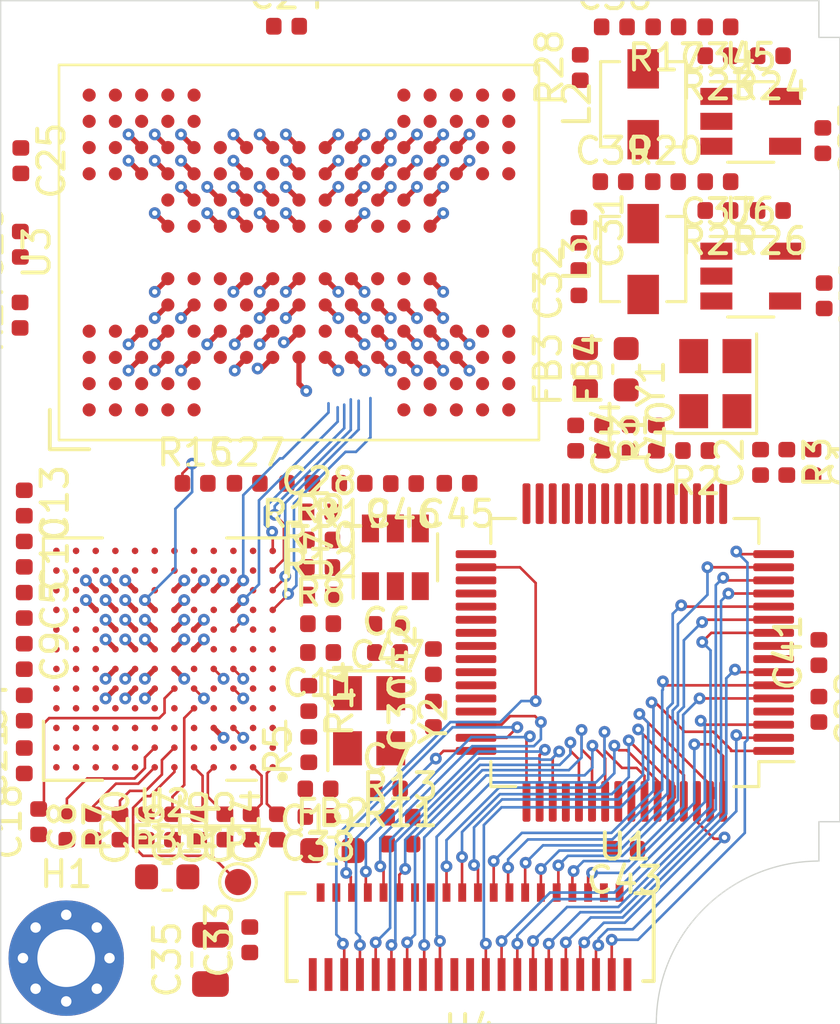
<source format=kicad_pcb>
(kicad_pcb (version 20171130) (host pcbnew "(5.1.6)-1")
  (layers (0 F.Cu signal) (31 B.Cu signal) (34 B.Paste user) (35 F.Paste user) (36 B.SilkS user) (37 F.SilkS user hide) (38 B.Mask user) (39 F.Mask user) (44 Edge.Cuts user))
  (net 0 "")
  (net 1 "Net-(C1-Pad2)")
  (net 2 GND)
  (net 3 "Net-(C2-Pad1)")
  (net 4 "Net-(C3-Pad1)")
  (net 5 +1V1)
  (net 6 +VCCFQ)
  (net 7 "Net-(C6-Pad1)")
  (net 8 "Net-(C7-Pad1)")
  (net 9 /V12APAD)
  (net 10 +3V3)
  (net 11 "Net-(C14-Pad2)")
  (net 12 "Net-(C14-Pad1)")
  (net 13 "Net-(C15-Pad2)")
  (net 14 "Net-(C15-Pad1)")
  (net 15 "Net-(C16-Pad2)")
  (net 16 "Net-(C16-Pad1)")
  (net 17 "Net-(C17-Pad2)")
  (net 18 "Net-(C17-Pad1)")
  (net 19 /V25PAD)
  (net 20 +3.3VA)
  (net 21 /RSTIN)
  (net 22 +5V)
  (net 23 /F_VREF)
  (net 24 +1V8)
  (net 25 "Net-(C34-Pad1)")
  (net 26 "Net-(C37-Pad1)")
  (net 27 "Net-(L2-Pad1)")
  (net 28 "Net-(L3-Pad1)")
  (net 29 "Net-(R1-Pad2)")
  (net 30 "Net-(R14-Pad2)")
  (net 31 /VCC5I)
  (net 32 /VDTF_VIN)
  (net 33 /P01)
  (net 34 /P13)
  (net 35 /P14)
  (net 36 /P23)
  (net 37 /P24)
  (net 38 /P25)
  (net 39 "Net-(R15-Pad1)")
  (net 40 /P27)
  (net 41 "Net-(R17-Pad1)")
  (net 42 "Net-(R20-Pad1)")
  (net 43 /F1DQSN)
  (net 44 /F1D0)
  (net 45 /F1ALE)
  (net 46 /F1DQS)
  (net 47 /F1D2)
  (net 48 /F1D1)
  (net 49 /F1CLE)
  (net 50 /F1REN)
  (net 51 /F1D4)
  (net 52 /F1D3)
  (net 53 /F1WEN)
  (net 54 /F1RE)
  (net 55 /F1D6)
  (net 56 /F1D5)
  (net 57 /F0RE)
  (net 58 /F1D7)
  (net 59 /F0CLE)
  (net 60 /F0REN)
  (net 61 /F0WEN)
  (net 62 /F0ALE)
  (net 63 "Net-(U2-PadJ6)")
  (net 64 /F0DQS)
  (net 65 /F0D7)
  (net 66 /F0D6)
  (net 67 /F0DQSN)
  (net 68 /F0D5)
  (net 69 /F0D4)
  (net 70 /F0D3)
  (net 71 /F0CE2)
  (net 72 /F0D2)
  (net 73 /F0CE0)
  (net 74 /F0D1)
  (net 75 /F0D0)
  (net 76 /F1CE1)
  (net 77 /F0CE1)
  (net 78 /F1CE3)
  (net 79 /F1CE2)
  (net 80 /F1CE0)
  (net 81 /F0CE3)
  (net 82 "Net-(U3-PadA1)")
  (net 83 "Net-(U3-PadC1)")
  (net 84 "Net-(C40-Pad2)")
  (net 85 "Net-(C44-Pad2)")
  (net 86 "Net-(C46-Pad2)")
  (net 87 "Net-(C46-Pad1)")
  (net 88 /EXPWD)
  (net 89 /IDE_D1)
  (net 90 /IDE_D14)
  (net 91 /IDE_D0)
  (net 92 /IDE_D15)
  (net 93 /IDE_DMARQ)
  (net 94 /IDE_IOW)
  (net 95 /IDE_IOR)
  (net 96 /IDE_IORDY)
  (net 97 /IDE_DMACK)
  (net 98 /IDE_INTRQ)
  (net 99 /IDE_A1)
  (net 100 /IDE_A0)
  (net 101 /IDE_A2)
  (net 102 /IDE_CS0)
  (net 103 /IDE_CS1)
  (net 104 /IDE_PDIAG)
  (net 105 /IDE_DASP)
  (net 106 /IDE_RESET)
  (net 107 /IDE_D7)
  (net 108 /IDE_D8)
  (net 109 /IDE_D6)
  (net 110 /IDE_D9)
  (net 111 /IDE_D5)
  (net 112 /IDE_D10)
  (net 113 /IDE_D4)
  (net 114 /IDE_D11)
  (net 115 /IDE_D3)
  (net 116 /IDE_D12)
  (net 117 /IDE_D2)
  (net 118 /IDE_D13)
  (module Footprints:BGA-144_12x12_9.0x9.0mm (layer F.Cu) (at 136.25 116.1 180)
    (fp_text reference U2 (at 0 -5.5) (layer F.SilkS))
    (fp_text value SM2258XT)
    (pad M12 smd circle (at 4.125 4.125 180) (size 0.25 0.25) (layers F.Cu F.Paste F.Mask) (net 23 /F_VREF))
    (pad L12 smd circle (at 4.125 3.375 180) (size 0.25 0.25) (layers F.Cu F.Paste F.Mask))
    (pad K12 smd circle (at 4.125 2.625 180) (size 0.25 0.25) (layers F.Cu F.Paste F.Mask))
    (pad J12 smd circle (at 4.125 1.875 180) (size 0.25 0.25) (layers F.Cu F.Paste F.Mask))
    (pad H12 smd circle (at 4.125 1.125 180) (size 0.25 0.25) (layers F.Cu F.Paste F.Mask))
    (pad G12 smd circle (at 4.125 0.375 180) (size 0.25 0.25) (layers F.Cu F.Paste F.Mask))
    (pad F12 smd circle (at 4.125 -0.375 180) (size 0.25 0.25) (layers F.Cu F.Paste F.Mask))
    (pad E12 smd circle (at 4.125 -1.125 180) (size 0.25 0.25) (layers F.Cu F.Paste F.Mask))
    (pad D12 smd circle (at 4.125 -1.875 180) (size 0.25 0.25) (layers F.Cu F.Paste F.Mask))
    (pad C12 smd circle (at 4.125 -2.625 180) (size 0.25 0.25) (layers F.Cu F.Paste F.Mask))
    (pad B12 smd circle (at 4.125 -3.375 180) (size 0.25 0.25) (layers F.Cu F.Paste F.Mask))
    (pad A12 smd circle (at 4.125 -4.125 180) (size 0.25 0.25) (layers F.Cu F.Paste F.Mask))
    (pad M11 smd circle (at 3.375 4.125 180) (size 0.25 0.25) (layers F.Cu F.Paste F.Mask) (net 43 /F1DQSN))
    (pad L11 smd circle (at 3.375 3.375 180) (size 0.25 0.25) (layers F.Cu F.Paste F.Mask) (net 44 /F1D0))
    (pad K11 smd circle (at 3.375 2.625 180) (size 0.25 0.25) (layers F.Cu F.Paste F.Mask) (net 45 /F1ALE))
    (pad J11 smd circle (at 3.375 1.875 180) (size 0.25 0.25) (layers F.Cu F.Paste F.Mask))
    (pad H11 smd circle (at 3.375 1.125 180) (size 0.25 0.25) (layers F.Cu F.Paste F.Mask))
    (pad G11 smd circle (at 3.375 0.375 180) (size 0.25 0.25) (layers F.Cu F.Paste F.Mask))
    (pad F11 smd circle (at 3.375 -0.375 180) (size 0.25 0.25) (layers F.Cu F.Paste F.Mask))
    (pad E11 smd circle (at 3.375 -1.125 180) (size 0.25 0.25) (layers F.Cu F.Paste F.Mask))
    (pad D11 smd circle (at 3.375 -1.875 180) (size 0.25 0.25) (layers F.Cu F.Paste F.Mask))
    (pad C11 smd circle (at 3.375 -2.625 180) (size 0.25 0.25) (layers F.Cu F.Paste F.Mask))
    (pad B11 smd circle (at 3.375 -3.375 180) (size 0.25 0.25) (layers F.Cu F.Paste F.Mask))
    (pad A11 smd circle (at 3.375 -4.125 180) (size 0.25 0.25) (layers F.Cu F.Paste F.Mask))
    (pad M10 smd circle (at 2.625 4.125 180) (size 0.25 0.25) (layers F.Cu F.Paste F.Mask) (net 46 /F1DQS))
    (pad L10 smd circle (at 2.625 3.375 180) (size 0.25 0.25) (layers F.Cu F.Paste F.Mask) (net 47 /F1D2))
    (pad K10 smd circle (at 2.625 2.625 180) (size 0.25 0.25) (layers F.Cu F.Paste F.Mask) (net 48 /F1D1))
    (pad J10 smd circle (at 2.625 1.875 180) (size 0.25 0.25) (layers F.Cu F.Paste F.Mask) (net 49 /F1CLE))
    (pad H10 smd circle (at 2.625 1.125 180) (size 0.25 0.25) (layers F.Cu F.Paste F.Mask))
    (pad G10 smd circle (at 2.625 0.375 180) (size 0.25 0.25) (layers F.Cu F.Paste F.Mask))
    (pad F10 smd circle (at 2.625 -0.375 180) (size 0.25 0.25) (layers F.Cu F.Paste F.Mask))
    (pad E10 smd circle (at 2.625 -1.125 180) (size 0.25 0.25) (layers F.Cu F.Paste F.Mask))
    (pad D10 smd circle (at 2.625 -1.875 180) (size 0.25 0.25) (layers F.Cu F.Paste F.Mask))
    (pad C10 smd circle (at 2.625 -2.625 180) (size 0.25 0.25) (layers F.Cu F.Paste F.Mask))
    (pad B10 smd circle (at 2.625 -3.375 180) (size 0.25 0.25) (layers F.Cu F.Paste F.Mask))
    (pad A10 smd circle (at 2.625 -4.125 180) (size 0.25 0.25) (layers F.Cu F.Paste F.Mask))
    (pad M9 smd circle (at 1.875 4.125 180) (size 0.25 0.25) (layers F.Cu F.Paste F.Mask) (net 50 /F1REN))
    (pad L9 smd circle (at 1.875 3.375 180) (size 0.25 0.25) (layers F.Cu F.Paste F.Mask) (net 51 /F1D4))
    (pad K9 smd circle (at 1.875 2.625 180) (size 0.25 0.25) (layers F.Cu F.Paste F.Mask) (net 52 /F1D3))
    (pad J9 smd circle (at 1.875 1.875 180) (size 0.25 0.25) (layers F.Cu F.Paste F.Mask) (net 53 /F1WEN))
    (pad H9 smd circle (at 1.875 1.125 180) (size 0.25 0.25) (layers F.Cu F.Paste F.Mask) (net 2 GND))
    (pad G9 smd circle (at 1.875 0.375 180) (size 0.25 0.25) (layers F.Cu F.Paste F.Mask) (net 6 +VCCFQ))
    (pad F9 smd circle (at 1.875 -0.375 180) (size 0.25 0.25) (layers F.Cu F.Paste F.Mask) (net 6 +VCCFQ))
    (pad E9 smd circle (at 1.875 -1.125 180) (size 0.25 0.25) (layers F.Cu F.Paste F.Mask) (net 5 +1V1))
    (pad D9 smd circle (at 1.875 -1.875 180) (size 0.25 0.25) (layers F.Cu F.Paste F.Mask))
    (pad C9 smd circle (at 1.875 -2.625 180) (size 0.25 0.25) (layers F.Cu F.Paste F.Mask))
    (pad B9 smd circle (at 1.875 -3.375 180) (size 0.25 0.25) (layers F.Cu F.Paste F.Mask))
    (pad A9 smd circle (at 1.875 -4.125 180) (size 0.25 0.25) (layers F.Cu F.Paste F.Mask))
    (pad M8 smd circle (at 1.125 4.125 180) (size 0.25 0.25) (layers F.Cu F.Paste F.Mask) (net 54 /F1RE))
    (pad L8 smd circle (at 1.125 3.375 180) (size 0.25 0.25) (layers F.Cu F.Paste F.Mask) (net 55 /F1D6))
    (pad K8 smd circle (at 1.125 2.625 180) (size 0.25 0.25) (layers F.Cu F.Paste F.Mask) (net 56 /F1D5))
    (pad J8 smd circle (at 1.125 1.875 180) (size 0.25 0.25) (layers F.Cu F.Paste F.Mask) (net 6 +VCCFQ))
    (pad H8 smd circle (at 1.125 1.125 180) (size 0.25 0.25) (layers F.Cu F.Paste F.Mask) (net 2 GND))
    (pad G8 smd circle (at 1.125 0.375 180) (size 0.25 0.25) (layers F.Cu F.Paste F.Mask) (net 2 GND))
    (pad F8 smd circle (at 1.125 -0.375 180) (size 0.25 0.25) (layers F.Cu F.Paste F.Mask) (net 5 +1V1))
    (pad E8 smd circle (at 1.125 -1.125 180) (size 0.25 0.25) (layers F.Cu F.Paste F.Mask) (net 5 +1V1))
    (pad D8 smd circle (at 1.125 -1.875 180) (size 0.25 0.25) (layers F.Cu F.Paste F.Mask))
    (pad C8 smd circle (at 1.125 -2.625 180) (size 0.25 0.25) (layers F.Cu F.Paste F.Mask))
    (pad B8 smd circle (at 1.125 -3.375 180) (size 0.25 0.25) (layers F.Cu F.Paste F.Mask))
    (pad A8 smd circle (at 1.125 -4.125 180) (size 0.25 0.25) (layers F.Cu F.Paste F.Mask))
    (pad M7 smd circle (at 0.375 4.125 180) (size 0.25 0.25) (layers F.Cu F.Paste F.Mask) (net 57 /F0RE))
    (pad L7 smd circle (at 0.375 3.375 180) (size 0.25 0.25) (layers F.Cu F.Paste F.Mask) (net 58 /F1D7))
    (pad K7 smd circle (at 0.375 2.625 180) (size 0.25 0.25) (layers F.Cu F.Paste F.Mask) (net 59 /F0CLE))
    (pad J7 smd circle (at 0.375 1.875 180) (size 0.25 0.25) (layers F.Cu F.Paste F.Mask) (net 39 "Net-(R15-Pad1)"))
    (pad H7 smd circle (at 0.375 1.125 180) (size 0.25 0.25) (layers F.Cu F.Paste F.Mask) (net 2 GND))
    (pad G7 smd circle (at 0.375 0.375 180) (size 0.25 0.25) (layers F.Cu F.Paste F.Mask) (net 2 GND))
    (pad F7 smd circle (at 0.375 -0.375 180) (size 0.25 0.25) (layers F.Cu F.Paste F.Mask) (net 5 +1V1))
    (pad E7 smd circle (at 0.375 -1.125 180) (size 0.25 0.25) (layers F.Cu F.Paste F.Mask) (net 5 +1V1))
    (pad D7 smd circle (at 0.375 -1.875 180) (size 0.25 0.25) (layers F.Cu F.Paste F.Mask))
    (pad C7 smd circle (at 0.375 -2.625 180) (size 0.25 0.25) (layers F.Cu F.Paste F.Mask))
    (pad B7 smd circle (at 0.375 -3.375 180) (size 0.25 0.25) (layers F.Cu F.Paste F.Mask) (net 32 /VDTF_VIN))
    (pad A7 smd circle (at 0.375 -4.125 180) (size 0.25 0.25) (layers F.Cu F.Paste F.Mask) (net 9 /V12APAD))
    (pad M6 smd circle (at -0.375 4.125 180) (size 0.25 0.25) (layers F.Cu F.Paste F.Mask) (net 60 /F0REN))
    (pad L6 smd circle (at -0.375 3.375 180) (size 0.25 0.25) (layers F.Cu F.Paste F.Mask) (net 61 /F0WEN))
    (pad K6 smd circle (at -0.375 2.625 180) (size 0.25 0.25) (layers F.Cu F.Paste F.Mask) (net 62 /F0ALE))
    (pad J6 smd circle (at -0.375 1.875 180) (size 0.25 0.25) (layers F.Cu F.Paste F.Mask) (net 63 "Net-(U2-PadJ6)"))
    (pad H6 smd circle (at -0.375 1.125 180) (size 0.25 0.25) (layers F.Cu F.Paste F.Mask) (net 2 GND))
    (pad G6 smd circle (at -0.375 0.375 180) (size 0.25 0.25) (layers F.Cu F.Paste F.Mask) (net 2 GND))
    (pad F6 smd circle (at -0.375 -0.375 180) (size 0.25 0.25) (layers F.Cu F.Paste F.Mask) (net 2 GND))
    (pad E6 smd circle (at -0.375 -1.125 180) (size 0.25 0.25) (layers F.Cu F.Paste F.Mask) (net 19 /V25PAD))
    (pad D6 smd circle (at -0.375 -1.875 180) (size 0.25 0.25) (layers F.Cu F.Paste F.Mask))
    (pad C6 smd circle (at -0.375 -2.625 180) (size 0.25 0.25) (layers F.Cu F.Paste F.Mask))
    (pad B6 smd circle (at -0.375 -3.375 180) (size 0.25 0.25) (layers F.Cu F.Paste F.Mask) (net 31 /VCC5I))
    (pad A6 smd circle (at -0.375 -4.125 180) (size 0.25 0.25) (layers F.Cu F.Paste F.Mask) (net 88 /EXPWD))
    (pad M5 smd circle (at -1.125 4.125 180) (size 0.25 0.25) (layers F.Cu F.Paste F.Mask) (net 64 /F0DQS))
    (pad L5 smd circle (at -1.125 3.375 180) (size 0.25 0.25) (layers F.Cu F.Paste F.Mask) (net 65 /F0D7))
    (pad K5 smd circle (at -1.125 2.625 180) (size 0.25 0.25) (layers F.Cu F.Paste F.Mask) (net 66 /F0D6))
    (pad J5 smd circle (at -1.125 1.875 180) (size 0.25 0.25) (layers F.Cu F.Paste F.Mask))
    (pad H5 smd circle (at -1.125 1.125 180) (size 0.25 0.25) (layers F.Cu F.Paste F.Mask) (net 2 GND))
    (pad G5 smd circle (at -1.125 0.375 180) (size 0.25 0.25) (layers F.Cu F.Paste F.Mask) (net 2 GND))
    (pad F5 smd circle (at -1.125 -0.375 180) (size 0.25 0.25) (layers F.Cu F.Paste F.Mask))
    (pad E5 smd circle (at -1.125 -1.125 180) (size 0.25 0.25) (layers F.Cu F.Paste F.Mask) (net 37 /P24))
    (pad D5 smd circle (at -1.125 -1.875 180) (size 0.25 0.25) (layers F.Cu F.Paste F.Mask) (net 21 /RSTIN))
    (pad C5 smd circle (at -1.125 -2.625 180) (size 0.25 0.25) (layers F.Cu F.Paste F.Mask))
    (pad B5 smd circle (at -1.125 -3.375 180) (size 0.25 0.25) (layers F.Cu F.Paste F.Mask))
    (pad A5 smd circle (at -1.125 -4.125 180) (size 0.25 0.25) (layers F.Cu F.Paste F.Mask) (net 17 "Net-(C17-Pad2)"))
    (pad M4 smd circle (at -1.875 4.125 180) (size 0.25 0.25) (layers F.Cu F.Paste F.Mask) (net 67 /F0DQSN))
    (pad L4 smd circle (at -1.875 3.375 180) (size 0.25 0.25) (layers F.Cu F.Paste F.Mask) (net 68 /F0D5))
    (pad K4 smd circle (at -1.875 2.625 180) (size 0.25 0.25) (layers F.Cu F.Paste F.Mask) (net 69 /F0D4))
    (pad J4 smd circle (at -1.875 1.875 180) (size 0.25 0.25) (layers F.Cu F.Paste F.Mask))
    (pad H4 smd circle (at -1.875 1.125 180) (size 0.25 0.25) (layers F.Cu F.Paste F.Mask))
    (pad G4 smd circle (at -1.875 0.375 180) (size 0.25 0.25) (layers F.Cu F.Paste F.Mask))
    (pad F4 smd circle (at -1.875 -0.375 180) (size 0.25 0.25) (layers F.Cu F.Paste F.Mask) (net 34 /P13))
    (pad E4 smd circle (at -1.875 -1.125 180) (size 0.25 0.25) (layers F.Cu F.Paste F.Mask))
    (pad D4 smd circle (at -1.875 -1.875 180) (size 0.25 0.25) (layers F.Cu F.Paste F.Mask))
    (pad C4 smd circle (at -1.875 -2.625 180) (size 0.25 0.25) (layers F.Cu F.Paste F.Mask) (net 2 GND))
    (pad B4 smd circle (at -1.875 -3.375 180) (size 0.25 0.25) (layers F.Cu F.Paste F.Mask) (net 2 GND))
    (pad A4 smd circle (at -1.875 -4.125 180) (size 0.25 0.25) (layers F.Cu F.Paste F.Mask) (net 15 "Net-(C16-Pad2)"))
    (pad M3 smd circle (at -2.625 4.125 180) (size 0.25 0.25) (layers F.Cu F.Paste F.Mask) (net 70 /F0D3))
    (pad L3 smd circle (at -2.625 3.375 180) (size 0.25 0.25) (layers F.Cu F.Paste F.Mask) (net 71 /F0CE2))
    (pad K3 smd circle (at -2.625 2.625 180) (size 0.25 0.25) (layers F.Cu F.Paste F.Mask) (net 72 /F0D2))
    (pad J3 smd circle (at -2.625 1.875 180) (size 0.25 0.25) (layers F.Cu F.Paste F.Mask) (net 73 /F0CE0))
    (pad H3 smd circle (at -2.625 1.125 180) (size 0.25 0.25) (layers F.Cu F.Paste F.Mask) (net 33 /P01))
    (pad G3 smd circle (at -2.625 0.375 180) (size 0.25 0.25) (layers F.Cu F.Paste F.Mask))
    (pad F3 smd circle (at -2.625 -0.375 180) (size 0.25 0.25) (layers F.Cu F.Paste F.Mask) (net 35 /P14))
    (pad E3 smd circle (at -2.625 -1.125 180) (size 0.25 0.25) (layers F.Cu F.Paste F.Mask) (net 40 /P27))
    (pad D3 smd circle (at -2.625 -1.875 180) (size 0.25 0.25) (layers F.Cu F.Paste F.Mask))
    (pad C3 smd circle (at -2.625 -2.625 180) (size 0.25 0.25) (layers F.Cu F.Paste F.Mask) (net 38 /P25))
    (pad B3 smd circle (at -2.625 -3.375 180) (size 0.25 0.25) (layers F.Cu F.Paste F.Mask) (net 36 /P23))
    (pad A3 smd circle (at -2.625 -4.125 180) (size 0.25 0.25) (layers F.Cu F.Paste F.Mask) (net 2 GND))
    (pad M2 smd circle (at -3.375 4.125 180) (size 0.25 0.25) (layers F.Cu F.Paste F.Mask) (net 74 /F0D1))
    (pad L2 smd circle (at -3.375 3.375 180) (size 0.25 0.25) (layers F.Cu F.Paste F.Mask) (net 75 /F0D0))
    (pad K2 smd circle (at -3.375 2.625 180) (size 0.25 0.25) (layers F.Cu F.Paste F.Mask) (net 76 /F1CE1))
    (pad J2 smd circle (at -3.375 1.875 180) (size 0.25 0.25) (layers F.Cu F.Paste F.Mask) (net 77 /F0CE1))
    (pad H2 smd circle (at -3.375 1.125 180) (size 0.25 0.25) (layers F.Cu F.Paste F.Mask))
    (pad G2 smd circle (at -3.375 0.375 180) (size 0.25 0.25) (layers F.Cu F.Paste F.Mask))
    (pad F2 smd circle (at -3.375 -0.375 180) (size 0.25 0.25) (layers F.Cu F.Paste F.Mask))
    (pad E2 smd circle (at -3.375 -1.125 180) (size 0.25 0.25) (layers F.Cu F.Paste F.Mask))
    (pad D2 smd circle (at -3.375 -1.875 180) (size 0.25 0.25) (layers F.Cu F.Paste F.Mask))
    (pad C2 smd circle (at -3.375 -2.625 180) (size 0.25 0.25) (layers F.Cu F.Paste F.Mask) (net 2 GND))
    (pad B2 smd circle (at -3.375 -3.375 180) (size 0.25 0.25) (layers F.Cu F.Paste F.Mask) (net 20 +3.3VA))
    (pad A2 smd circle (at -3.375 -4.125 180) (size 0.25 0.25) (layers F.Cu F.Paste F.Mask) (net 13 "Net-(C15-Pad2)"))
    (pad M1 smd circle (at -4.125 4.125 180) (size 0.25 0.25) (layers F.Cu F.Paste F.Mask) (net 78 /F1CE3))
    (pad L1 smd circle (at -4.125 3.375 180) (size 0.25 0.25) (layers F.Cu F.Paste F.Mask) (net 79 /F1CE2))
    (pad K1 smd circle (at -4.125 2.625 180) (size 0.25 0.25) (layers F.Cu F.Paste F.Mask) (net 80 /F1CE0))
    (pad J1 smd circle (at -4.125 1.875 180) (size 0.25 0.25) (layers F.Cu F.Paste F.Mask) (net 81 /F0CE3))
    (pad H1 smd circle (at -4.125 1.125 180) (size 0.25 0.25) (layers F.Cu F.Paste F.Mask))
    (pad G1 smd circle (at -4.125 0.375 180) (size 0.25 0.25) (layers F.Cu F.Paste F.Mask))
    (pad F1 smd circle (at -4.125 -0.375 180) (size 0.25 0.25) (layers F.Cu F.Paste F.Mask) (net 10 +3V3))
    (pad E1 smd circle (at -4.125 -1.125 180) (size 0.25 0.25) (layers F.Cu F.Paste F.Mask) (net 7 "Net-(C6-Pad1)"))
    (pad D1 smd circle (at -4.125 -1.875 180) (size 0.25 0.25) (layers F.Cu F.Paste F.Mask) (net 30 "Net-(R14-Pad2)"))
    (pad C1 smd circle (at -4.125 -2.625 180) (size 0.25 0.25) (layers F.Cu F.Paste F.Mask) (net 20 +3.3VA))
    (pad B1 smd circle (at -4.125 -3.375 180) (size 0.25 0.25) (layers F.Cu F.Paste F.Mask))
    (pad A1 smd circle (at -4.125 -4.125 180) (size 0.25 0.25) (layers F.Cu F.Paste F.Mask) (net 11 "Net-(C14-Pad2)"))
  )
  (module MountingHole:MountingHole_2.2mm_M2_Pad_Via (layer F.Cu) (at 132.5 127.5)
    (fp_text reference H1 (at 0 -3.2) (layer F.SilkS))
    (fp_text value MountingHole)
    (pad 1 thru_hole circle (at 1.166726 -1.166726) (size 0.7 0.7) (drill 0.4) (layers *.Cu *.Mask))
    (pad 1 thru_hole circle (at 0 -1.65) (size 0.7 0.7) (drill 0.4) (layers *.Cu *.Mask))
    (pad 1 thru_hole circle (at -1.166726 -1.166726) (size 0.7 0.7) (drill 0.4) (layers *.Cu *.Mask))
    (pad 1 thru_hole circle (at -1.65 0) (size 0.7 0.7) (drill 0.4) (layers *.Cu *.Mask))
    (pad 1 thru_hole circle (at -1.166726 1.166726) (size 0.7 0.7) (drill 0.4) (layers *.Cu *.Mask))
    (pad 1 thru_hole circle (at 0 1.65) (size 0.7 0.7) (drill 0.4) (layers *.Cu *.Mask))
    (pad 1 thru_hole circle (at 1.166726 1.166726) (size 0.7 0.7) (drill 0.4) (layers *.Cu *.Mask))
    (pad 1 thru_hole circle (at 1.65 0) (size 0.7 0.7) (drill 0.4) (layers *.Cu *.Mask))
    (pad 1 thru_hole circle (at 0 0) (size 4.4 4.4) (drill 2.2) (layers *.Cu *.Mask))
  )
  (module Footprints:FH35C-41S-0.3SHW (layer F.Cu) (at 147.9 126.7)
    (fp_text reference U4 (at 0 3.475) (layer F.SilkS))
    (fp_text value Conn_41PIN)
    (pad 41 smd rect (at -6 1.425) (size 0.3 1.25) (layers F.Cu F.Paste F.Mask))
    (pad 39 smd rect (at -5.4 1.425) (size 0.3 1.25) (layers F.Cu F.Paste F.Mask) (net 10 +3V3))
    (pad 37 smd rect (at -4.8 1.425) (size 0.3 1.25) (layers F.Cu F.Paste F.Mask) (net 105 /IDE_DASP))
    (pad 35 smd rect (at -4.2 1.425) (size 0.3 1.25) (layers F.Cu F.Paste F.Mask) (net 102 /IDE_CS0))
    (pad 33 smd rect (at -3.6 1.425) (size 0.3 1.25) (layers F.Cu F.Paste F.Mask) (net 100 /IDE_A0))
    (pad 31 smd rect (at -3 1.425) (size 0.3 1.25) (layers F.Cu F.Paste F.Mask) (net 99 /IDE_A1))
    (pad 29 smd rect (at -2.4 1.425) (size 0.3 1.25) (layers F.Cu F.Paste F.Mask) (net 97 /IDE_DMACK))
    (pad 27 smd rect (at -1.8 1.425) (size 0.3 1.25) (layers F.Cu F.Paste F.Mask) (net 96 /IDE_IORDY))
    (pad 25 smd rect (at -1.2 1.425) (size 0.3 1.25) (layers F.Cu F.Paste F.Mask) (net 95 /IDE_IOR))
    (pad 23 smd rect (at -0.6 1.425) (size 0.3 1.25) (layers F.Cu F.Paste F.Mask) (net 2 GND))
    (pad 21 smd rect (at 0 1.425) (size 0.3 1.25) (layers F.Cu F.Paste F.Mask) (net 2 GND))
    (pad 19 smd rect (at 0.6 1.425) (size 0.3 1.25) (layers F.Cu F.Paste F.Mask) (net 90 /IDE_D14))
    (pad 17 smd rect (at 1.2 1.425) (size 0.3 1.25) (layers F.Cu F.Paste F.Mask) (net 116 /IDE_D12))
    (pad 15 smd rect (at 1.8 1.425) (size 0.3 1.25) (layers F.Cu F.Paste F.Mask) (net 112 /IDE_D10))
    (pad 13 smd rect (at 2.4 1.425) (size 0.3 1.25) (layers F.Cu F.Paste F.Mask) (net 108 /IDE_D8))
    (pad 11 smd rect (at 3 1.425) (size 0.3 1.25) (layers F.Cu F.Paste F.Mask) (net 109 /IDE_D6))
    (pad 9 smd rect (at 3.6 1.425) (size 0.3 1.25) (layers F.Cu F.Paste F.Mask) (net 113 /IDE_D4))
    (pad 7 smd rect (at 4.2 1.425) (size 0.3 1.25) (layers F.Cu F.Paste F.Mask) (net 117 /IDE_D2))
    (pad 5 smd rect (at 4.8 1.425) (size 0.3 1.25) (layers F.Cu F.Paste F.Mask) (net 91 /IDE_D0))
    (pad 3 smd rect (at 5.4 1.425) (size 0.3 1.25) (layers F.Cu F.Paste F.Mask) (net 106 /IDE_RESET))
    (pad 1 smd rect (at 6 1.425) (size 0.3 1.25) (layers F.Cu F.Paste F.Mask) (net 2 GND))
    (pad 40 smd rect (at -5.7 -1.7) (size 0.3 0.7) (layers F.Cu F.Paste F.Mask))
    (pad 38 smd rect (at -5.1 -1.7) (size 0.3 0.7) (layers F.Cu F.Paste F.Mask) (net 10 +3V3))
    (pad 36 smd rect (at -4.5 -1.7) (size 0.3 0.7) (layers F.Cu F.Paste F.Mask) (net 103 /IDE_CS1))
    (pad 34 smd rect (at -3.9 -1.7) (size 0.3 0.7) (layers F.Cu F.Paste F.Mask) (net 101 /IDE_A2))
    (pad 32 smd rect (at -3.3 -1.7) (size 0.3 0.7) (layers F.Cu F.Paste F.Mask) (net 104 /IDE_PDIAG))
    (pad 30 smd rect (at -2.7 -1.7) (size 0.3 0.7) (layers F.Cu F.Paste F.Mask) (net 98 /IDE_INTRQ))
    (pad 28 smd rect (at -2.1 -1.7) (size 0.3 0.7) (layers F.Cu F.Paste F.Mask) (net 2 GND))
    (pad 26 smd rect (at -1.5 -1.7) (size 0.3 0.7) (layers F.Cu F.Paste F.Mask) (net 2 GND))
    (pad 24 smd rect (at -0.9 -1.7) (size 0.3 0.7) (layers F.Cu F.Paste F.Mask) (net 94 /IDE_IOW))
    (pad 22 smd rect (at -0.3 -1.7) (size 0.3 0.7) (layers F.Cu F.Paste F.Mask) (net 93 /IDE_DMARQ))
    (pad 20 smd rect (at 0.3 -1.7) (size 0.3 0.7) (layers F.Cu F.Paste F.Mask) (net 92 /IDE_D15))
    (pad 18 smd rect (at 0.9 -1.7) (size 0.3 0.7) (layers F.Cu F.Paste F.Mask) (net 118 /IDE_D13))
    (pad 16 smd rect (at 1.5 -1.7) (size 0.3 0.7) (layers F.Cu F.Paste F.Mask) (net 114 /IDE_D11))
    (pad 14 smd rect (at 2.1 -1.7) (size 0.3 0.7) (layers F.Cu F.Paste F.Mask) (net 110 /IDE_D9))
    (pad 12 smd rect (at 2.7 -1.7) (size 0.3 0.7) (layers F.Cu F.Paste F.Mask) (net 107 /IDE_D7))
    (pad 10 smd rect (at 3.3 -1.7) (size 0.3 0.7) (layers F.Cu F.Paste F.Mask) (net 111 /IDE_D5))
    (pad 8 smd rect (at 3.9 -1.7) (size 0.3 0.7) (layers F.Cu F.Paste F.Mask) (net 115 /IDE_D3))
    (pad 6 smd rect (at 4.5 -1.7) (size 0.3 0.7) (layers F.Cu F.Paste F.Mask) (net 89 /IDE_D1))
    (pad 4 smd rect (at 5.1 -1.7) (size 0.3 0.7) (layers F.Cu F.Paste F.Mask) (net 2 GND))
    (pad 2 smd rect (at 5.7 -1.7) (size 0.3 0.7) (layers F.Cu F.Paste F.Mask) (net 2 GND))
  )
  (module Capacitor_SMD:C_0805_2012Metric (layer F.Cu) (at 138 127.55 90)
    (fp_text reference C35 (at 0 -1.65 90) (layer F.SilkS))
    (fp_text value 47uF)
    (pad 2 smd roundrect (at 0.9375 0 90) (size 0.975 1.4) (layers F.Cu F.Paste F.Mask) (net 10 +3V3))
    (pad 1 smd roundrect (at -0.9375 0 90) (size 0.975 1.4) (layers F.Cu F.Paste F.Mask) (net 2 GND))
  )
  (module Package_TO_SOT_SMD:SOT-23-6 (layer F.Cu) (at 145.05 112.22 90)
    (fp_text reference U7 (at 0 -2.9 90) (layer F.SilkS))
    (fp_text value TX4314)
    (pad 5 smd rect (at 1.1 0 90) (size 1.06 0.65) (layers F.Cu F.Paste F.Mask) (net 10 +3V3))
    (pad 6 smd rect (at 1.1 -0.95 90) (size 1.06 0.65) (layers F.Cu F.Paste F.Mask) (net 86 "Net-(C46-Pad2)"))
    (pad 4 smd rect (at 1.1 0.95 90) (size 1.06 0.65) (layers F.Cu F.Paste F.Mask) (net 87 "Net-(C46-Pad1)"))
    (pad 3 smd rect (at -1.1 0.95 90) (size 1.06 0.65) (layers F.Cu F.Paste F.Mask) (net 10 +3V3))
    (pad 2 smd rect (at -1.1 0 90) (size 1.06 0.65) (layers F.Cu F.Paste F.Mask) (net 2 GND))
    (pad 1 smd rect (at -1.1 -0.95 90) (size 1.06 0.65) (layers F.Cu F.Paste F.Mask) (net 22 +5V))
  )
  (module TestPoint:TestPoint_Pad_D1.0mm (layer F.Cu) (at 139.05 124.6)
    (fp_text reference TP7 (at 0 -1.448) (layer F.SilkS))
    (fp_text value TestPoint)
    (pad 1 smd circle (at 0 0) (size 1 1) (layers F.Cu F.Mask) (net 88 /EXPWD))
  )
  (module Inductor_SMD:L_0603_1608Metric (layer F.Cu) (at 153.85 105.05 90)
    (fp_text reference FB4 (at 0 -1.43 90) (layer F.SilkS))
    (fp_text value 120R)
    (pad 2 smd roundrect (at 0.7875 0 90) (size 0.875 0.95) (layers F.Cu F.Paste F.Mask) (net 24 +1V8))
    (pad 1 smd roundrect (at -0.7875 0 90) (size 0.875 0.95) (layers F.Cu F.Paste F.Mask) (net 85 "Net-(C44-Pad2)"))
  )
  (module Inductor_SMD:L_0603_1608Metric (layer F.Cu) (at 152.3 105.05 90)
    (fp_text reference FB3 (at 0 -1.43 90) (layer F.SilkS))
    (fp_text value 120R)
    (pad 2 smd roundrect (at 0.7875 0 90) (size 0.875 0.95) (layers F.Cu F.Paste F.Mask) (net 10 +3V3))
    (pad 1 smd roundrect (at -0.7875 0 90) (size 0.875 0.95) (layers F.Cu F.Paste F.Mask) (net 84 "Net-(C40-Pad2)"))
  )
  (module Inductor_SMD:L_0603_1608Metric (layer F.Cu) (at 142.65 123.4)
    (fp_text reference FB2 (at 0 -1.43) (layer F.SilkS))
    (fp_text value 120R)
    (pad 2 smd roundrect (at 0.7875 0) (size 0.875 0.95) (layers F.Cu F.Paste F.Mask) (net 10 +3V3))
    (pad 1 smd roundrect (at -0.7875 0) (size 0.875 0.95) (layers F.Cu F.Paste F.Mask) (net 20 +3.3VA))
  )
  (module Inductor_SMD:L_0603_1608Metric (layer F.Cu) (at 136.35 124.4)
    (fp_text reference FB1 (at 0 -1.43) (layer F.SilkS))
    (fp_text value 120R)
    (pad 2 smd roundrect (at 0.7875 0) (size 0.875 0.95) (layers F.Cu F.Paste F.Mask) (net 5 +1V1))
    (pad 1 smd roundrect (at -0.7875 0) (size 0.875 0.95) (layers F.Cu F.Paste F.Mask) (net 9 /V12APAD))
  )
  (module Capacitor_SMD:C_0402_1005Metric (layer F.Cu) (at 144.74 114.78 180)
    (fp_text reference C47 (at 0 -1.17) (layer F.SilkS))
    (fp_text value 10uF)
    (pad 2 smd roundrect (at 0.485 0 180) (size 0.59 0.64) (layers F.Cu F.Paste F.Mask) (net 22 +5V))
    (pad 1 smd roundrect (at -0.485 0 180) (size 0.59 0.64) (layers F.Cu F.Paste F.Mask) (net 2 GND))
  )
  (module Capacitor_SMD:C_0402_1005Metric (layer F.Cu) (at 145.36 109.41 180)
    (fp_text reference C46 (at 0 -1.17) (layer F.SilkS))
    (fp_text value 10uF)
    (pad 2 smd roundrect (at 0.485 0 180) (size 0.59 0.64) (layers F.Cu F.Paste F.Mask) (net 86 "Net-(C46-Pad2)"))
    (pad 1 smd roundrect (at -0.485 0 180) (size 0.59 0.64) (layers F.Cu F.Paste F.Mask) (net 87 "Net-(C46-Pad1)"))
  )
  (module Capacitor_SMD:C_0402_1005Metric (layer F.Cu) (at 147.4 109.4 180)
    (fp_text reference C45 (at 0 -1.17) (layer F.SilkS))
    (fp_text value 10uF)
    (pad 2 smd roundrect (at 0.485 0 180) (size 0.59 0.64) (layers F.Cu F.Paste F.Mask) (net 10 +3V3))
    (pad 1 smd roundrect (at -0.485 0 180) (size 0.59 0.64) (layers F.Cu F.Paste F.Mask) (net 2 GND))
  )
  (module Capacitor_SMD:C_0402_1005Metric (layer F.Cu) (at 151.925 107.675 270)
    (fp_text reference C44 (at 0 -1.17 90) (layer F.SilkS))
    (fp_text value 100nF)
    (pad 2 smd roundrect (at 0.485 0 270) (size 0.59 0.64) (layers F.Cu F.Paste F.Mask) (net 85 "Net-(C44-Pad2)"))
    (pad 1 smd roundrect (at -0.485 0 270) (size 0.59 0.64) (layers F.Cu F.Paste F.Mask) (net 2 GND))
  )
  (module Capacitor_SMD:C_0402_1005Metric (layer F.Cu) (at 153.8 123.35 180)
    (fp_text reference C43 (at 0 -1.17) (layer F.SilkS))
    (fp_text value 100nF)
    (pad 2 smd roundrect (at 0.485 0 180) (size 0.59 0.64) (layers F.Cu F.Paste F.Mask) (net 24 +1V8))
    (pad 1 smd roundrect (at -0.485 0 180) (size 0.59 0.64) (layers F.Cu F.Paste F.Mask) (net 2 GND))
  )
  (module Capacitor_SMD:C_0402_1005Metric (layer F.Cu) (at 146.5 116.2 90)
    (fp_text reference C42 (at 0 -1.17 90) (layer F.SilkS))
    (fp_text value 100nF)
    (pad 2 smd roundrect (at 0.485 0 90) (size 0.59 0.64) (layers F.Cu F.Paste F.Mask) (net 24 +1V8))
    (pad 1 smd roundrect (at -0.485 0 90) (size 0.59 0.64) (layers F.Cu F.Paste F.Mask) (net 2 GND))
  )
  (module Capacitor_SMD:C_0402_1005Metric (layer F.Cu) (at 161.2 115.85 90)
    (fp_text reference C41 (at 0 -1.17 90) (layer F.SilkS))
    (fp_text value 100nF)
    (pad 2 smd roundrect (at 0.485 0 90) (size 0.59 0.64) (layers F.Cu F.Paste F.Mask) (net 24 +1V8))
    (pad 1 smd roundrect (at -0.485 0 90) (size 0.59 0.64) (layers F.Cu F.Paste F.Mask) (net 2 GND))
  )
  (module Capacitor_SMD:C_0402_1005Metric (layer F.Cu) (at 154 107.675 270)
    (fp_text reference C40 (at 0 -1.17 90) (layer F.SilkS))
    (fp_text value 100nF)
    (pad 2 smd roundrect (at 0.485 0 270) (size 0.59 0.64) (layers F.Cu F.Paste F.Mask) (net 84 "Net-(C40-Pad2)"))
    (pad 1 smd roundrect (at -0.485 0 270) (size 0.59 0.64) (layers F.Cu F.Paste F.Mask) (net 2 GND))
  )
  (module Capacitor_SMD:C_0402_1005Metric (layer F.Cu) (at 146.5 118.2 90)
    (fp_text reference C30 (at 0 -1.17 90) (layer F.SilkS))
    (fp_text value 100nF)
    (pad 2 smd roundrect (at 0.485 0 90) (size 0.59 0.64) (layers F.Cu F.Paste F.Mask) (net 10 +3V3))
    (pad 1 smd roundrect (at -0.485 0 90) (size 0.59 0.64) (layers F.Cu F.Paste F.Mask) (net 2 GND))
  )
  (module Capacitor_SMD:C_0402_1005Metric (layer F.Cu) (at 161.2 118.015 270)
    (fp_text reference C22 (at 0 -1.17 90) (layer F.SilkS))
    (fp_text value 100nF)
    (pad 2 smd roundrect (at 0.485 0 270) (size 0.59 0.64) (layers F.Cu F.Paste F.Mask) (net 10 +3V3))
    (pad 1 smd roundrect (at -0.485 0 270) (size 0.59 0.64) (layers F.Cu F.Paste F.Mask) (net 2 GND))
  )
  (module Oscillator:Oscillator_SMD_Abracon_ASE-4Pin_3.2x2.5mm (layer F.Cu) (at 144.05 118.45 270)
    (fp_text reference Y2 (at 0 -2.45 90) (layer F.SilkS))
    (fp_text value 50MHz)
    (pad 4 smd rect (at -1.05 -0.825 270) (size 1.3 1.1) (layers F.Cu F.Paste F.Mask) (net 2 GND))
    (pad 3 smd rect (at 1.05 -0.825 270) (size 1.3 1.1) (layers F.Cu F.Paste F.Mask) (net 8 "Net-(C7-Pad1)"))
    (pad 2 smd rect (at 1.05 0.825 270) (size 1.3 1.1) (layers F.Cu F.Paste F.Mask) (net 2 GND))
    (pad 1 smd rect (at -1.05 0.825 270) (size 1.3 1.1) (layers F.Cu F.Paste F.Mask) (net 7 "Net-(C6-Pad1)"))
  )
  (module Oscillator:Oscillator_SMD_Abracon_ASE-4Pin_3.2x2.5mm (layer F.Cu) (at 157.25 105.6 90)
    (fp_text reference Y1 (at 0 -2.45 90) (layer F.SilkS))
    (fp_text value 25MHz)
    (pad 4 smd rect (at -1.05 -0.825 90) (size 1.3 1.1) (layers F.Cu F.Paste F.Mask) (net 2 GND))
    (pad 3 smd rect (at 1.05 -0.825 90) (size 1.3 1.1) (layers F.Cu F.Paste F.Mask) (net 4 "Net-(C3-Pad1)"))
    (pad 2 smd rect (at 1.05 0.825 90) (size 1.3 1.1) (layers F.Cu F.Paste F.Mask) (net 2 GND))
    (pad 1 smd rect (at -1.05 0.825 90) (size 1.3 1.1) (layers F.Cu F.Paste F.Mask) (net 3 "Net-(C2-Pad1)"))
  )
  (module Package_TO_SOT_SMD:TSOT-23-5 (layer F.Cu) (at 158.6 101.5)
    (fp_text reference U6 (at 0 -2.45) (layer F.SilkS))
    (fp_text value SY8008)
    (pad 5 smd rect (at 1.31 -0.95) (size 1.22 0.65) (layers F.Cu F.Paste F.Mask) (net 26 "Net-(C37-Pad1)"))
    (pad 4 smd rect (at 1.31 0.95) (size 1.22 0.65) (layers F.Cu F.Paste F.Mask) (net 10 +3V3))
    (pad 3 smd rect (at -1.31 0.95) (size 1.22 0.65) (layers F.Cu F.Paste F.Mask) (net 28 "Net-(L3-Pad1)"))
    (pad 2 smd rect (at -1.31 0) (size 1.22 0.65) (layers F.Cu F.Paste F.Mask) (net 2 GND))
    (pad 1 smd rect (at -1.31 -0.95) (size 1.22 0.65) (layers F.Cu F.Paste F.Mask) (net 42 "Net-(R20-Pad1)"))
  )
  (module Package_TO_SOT_SMD:TSOT-23-5 (layer F.Cu) (at 158.6 95.6)
    (fp_text reference U5 (at 0 -2.45) (layer F.SilkS))
    (fp_text value SY8008)
    (pad 5 smd rect (at 1.31 -0.95) (size 1.22 0.65) (layers F.Cu F.Paste F.Mask) (net 25 "Net-(C34-Pad1)"))
    (pad 4 smd rect (at 1.31 0.95) (size 1.22 0.65) (layers F.Cu F.Paste F.Mask) (net 10 +3V3))
    (pad 3 smd rect (at -1.31 0.95) (size 1.22 0.65) (layers F.Cu F.Paste F.Mask) (net 27 "Net-(L2-Pad1)"))
    (pad 2 smd rect (at -1.31 0) (size 1.22 0.65) (layers F.Cu F.Paste F.Mask) (net 2 GND))
    (pad 1 smd rect (at -1.31 -0.95) (size 1.22 0.65) (layers F.Cu F.Paste F.Mask) (net 41 "Net-(R17-Pad1)"))
  )
  (module Package_BGA:BGA-152_14x18mm_Layout13x17_P0.5mm (layer F.Cu) (at 141.375 100.6 90)
    (fp_text reference U3 (at 0 -10 90) (layer F.SilkS))
    (fp_text value FlashBGA152)
    (pad U13 smd circle (at 6 8 90) (size 0.5 0.5) (layers F.Cu F.Paste F.Mask) (net 82 "Net-(U3-PadA1)"))
    (pad T13 smd circle (at 6 7 90) (size 0.5 0.5) (layers F.Cu F.Paste F.Mask) (net 82 "Net-(U3-PadA1)"))
    (pad R13 smd circle (at 6 6 90) (size 0.5 0.5) (layers F.Cu F.Paste F.Mask) (net 83 "Net-(U3-PadC1)"))
    (pad P13 smd circle (at 6 5 90) (size 0.5 0.5) (layers F.Cu F.Paste F.Mask))
    (pad N13 smd circle (at 6 4 90) (size 0.5 0.5) (layers F.Cu F.Paste F.Mask) (net 83 "Net-(U3-PadC1)"))
    (pad E13 smd circle (at 6 -4 90) (size 0.5 0.5) (layers F.Cu F.Paste F.Mask) (net 83 "Net-(U3-PadC1)"))
    (pad D13 smd circle (at 6 -5 90) (size 0.5 0.5) (layers F.Cu F.Paste F.Mask) (net 83 "Net-(U3-PadC1)"))
    (pad C13 smd circle (at 6 -6 90) (size 0.5 0.5) (layers F.Cu F.Paste F.Mask) (net 83 "Net-(U3-PadC1)"))
    (pad B13 smd circle (at 6 -7 90) (size 0.5 0.5) (layers F.Cu F.Paste F.Mask) (net 82 "Net-(U3-PadA1)"))
    (pad A13 smd circle (at 6 -8 90) (size 0.5 0.5) (layers F.Cu F.Paste F.Mask) (net 82 "Net-(U3-PadA1)"))
    (pad U12 smd circle (at 5 8 90) (size 0.5 0.5) (layers F.Cu F.Paste F.Mask) (net 82 "Net-(U3-PadA1)"))
    (pad T12 smd circle (at 5 7 90) (size 0.5 0.5) (layers F.Cu F.Paste F.Mask) (net 82 "Net-(U3-PadA1)"))
    (pad R12 smd circle (at 5 6 90) (size 0.5 0.5) (layers F.Cu F.Paste F.Mask) (net 83 "Net-(U3-PadC1)"))
    (pad P12 smd circle (at 5 5 90) (size 0.5 0.5) (layers F.Cu F.Paste F.Mask))
    (pad N12 smd circle (at 5 4 90) (size 0.5 0.5) (layers F.Cu F.Paste F.Mask) (net 83 "Net-(U3-PadC1)"))
    (pad E12 smd circle (at 5 -4 90) (size 0.5 0.5) (layers F.Cu F.Paste F.Mask) (net 83 "Net-(U3-PadC1)"))
    (pad D12 smd circle (at 5 -5 90) (size 0.5 0.5) (layers F.Cu F.Paste F.Mask) (net 83 "Net-(U3-PadC1)"))
    (pad C12 smd circle (at 5 -6 90) (size 0.5 0.5) (layers F.Cu F.Paste F.Mask) (net 83 "Net-(U3-PadC1)"))
    (pad B12 smd circle (at 5 -7 90) (size 0.5 0.5) (layers F.Cu F.Paste F.Mask) (net 82 "Net-(U3-PadA1)"))
    (pad A12 smd circle (at 5 -8 90) (size 0.5 0.5) (layers F.Cu F.Paste F.Mask) (net 82 "Net-(U3-PadA1)"))
    (pad U11 smd circle (at 4 8 90) (size 0.5 0.5) (layers F.Cu F.Paste F.Mask) (net 82 "Net-(U3-PadA1)"))
    (pad T11 smd circle (at 4 7 90) (size 0.5 0.5) (layers F.Cu F.Paste F.Mask) (net 82 "Net-(U3-PadA1)"))
    (pad R11 smd circle (at 4 6 90) (size 0.5 0.5) (layers F.Cu F.Paste F.Mask) (net 83 "Net-(U3-PadC1)"))
    (pad P11 smd circle (at 4 5 90) (size 0.5 0.5) (layers F.Cu F.Paste F.Mask) (net 6 +VCCFQ))
    (pad N11 smd circle (at 4 4 90) (size 0.5 0.5) (layers F.Cu F.Paste F.Mask) (net 2 GND))
    (pad M11 smd circle (at 4 3 90) (size 0.5 0.5) (layers F.Cu F.Paste F.Mask) (net 75 /F0D0))
    (pad L11 smd circle (at 4 2 90) (size 0.5 0.5) (layers F.Cu F.Paste F.Mask) (net 2 GND))
    (pad K11 smd circle (at 4 1 90) (size 0.5 0.5) (layers F.Cu F.Paste F.Mask) (net 83 "Net-(U3-PadC1)"))
    (pad J11 smd circle (at 4 0 90) (size 0.5 0.5) (layers F.Cu F.Paste F.Mask) (net 2 GND))
    (pad H11 smd circle (at 4 -1 90) (size 0.5 0.5) (layers F.Cu F.Paste F.Mask) (net 83 "Net-(U3-PadC1)"))
    (pad G11 smd circle (at 4 -2 90) (size 0.5 0.5) (layers F.Cu F.Paste F.Mask) (net 2 GND))
    (pad F11 smd circle (at 4 -3 90) (size 0.5 0.5) (layers F.Cu F.Paste F.Mask) (net 58 /F1D7))
    (pad E11 smd circle (at 4 -4 90) (size 0.5 0.5) (layers F.Cu F.Paste F.Mask) (net 2 GND))
    (pad D11 smd circle (at 4 -5 90) (size 0.5 0.5) (layers F.Cu F.Paste F.Mask) (net 6 +VCCFQ))
    (pad C11 smd circle (at 4 -6 90) (size 0.5 0.5) (layers F.Cu F.Paste F.Mask) (net 83 "Net-(U3-PadC1)"))
    (pad B11 smd circle (at 4 -7 90) (size 0.5 0.5) (layers F.Cu F.Paste F.Mask) (net 82 "Net-(U3-PadA1)"))
    (pad A11 smd circle (at 4 -8 90) (size 0.5 0.5) (layers F.Cu F.Paste F.Mask) (net 82 "Net-(U3-PadA1)"))
    (pad U10 smd circle (at 3 8 90) (size 0.5 0.5) (layers F.Cu F.Paste F.Mask) (net 82 "Net-(U3-PadA1)"))
    (pad T10 smd circle (at 3 7 90) (size 0.5 0.5) (layers F.Cu F.Paste F.Mask) (net 82 "Net-(U3-PadA1)"))
    (pad R10 smd circle (at 3 6 90) (size 0.5 0.5) (layers F.Cu F.Paste F.Mask) (net 83 "Net-(U3-PadC1)"))
    (pad P10 smd circle (at 3 5 90) (size 0.5 0.5) (layers F.Cu F.Paste F.Mask) (net 6 +VCCFQ))
    (pad N10 smd circle (at 3 4 90) (size 0.5 0.5) (layers F.Cu F.Paste F.Mask) (net 72 /F0D2))
    (pad M10 smd circle (at 3 3 90) (size 0.5 0.5) (layers F.Cu F.Paste F.Mask) (net 74 /F0D1))
    (pad L10 smd circle (at 3 2 90) (size 0.5 0.5) (layers F.Cu F.Paste F.Mask) (net 6 +VCCFQ))
    (pad K10 smd circle (at 3 1 90) (size 0.5 0.5) (layers F.Cu F.Paste F.Mask) (net 83 "Net-(U3-PadC1)"))
    (pad J10 smd circle (at 3 0 90) (size 0.5 0.5) (layers F.Cu F.Paste F.Mask) (net 10 +3V3))
    (pad H10 smd circle (at 3 -1 90) (size 0.5 0.5) (layers F.Cu F.Paste F.Mask))
    (pad G10 smd circle (at 3 -2 90) (size 0.5 0.5) (layers F.Cu F.Paste F.Mask) (net 6 +VCCFQ))
    (pad F10 smd circle (at 3 -3 90) (size 0.5 0.5) (layers F.Cu F.Paste F.Mask) (net 55 /F1D6))
    (pad E10 smd circle (at 3 -4 90) (size 0.5 0.5) (layers F.Cu F.Paste F.Mask) (net 56 /F1D5))
    (pad D10 smd circle (at 3 -5 90) (size 0.5 0.5) (layers F.Cu F.Paste F.Mask) (net 6 +VCCFQ))
    (pad C10 smd circle (at 3 -6 90) (size 0.5 0.5) (layers F.Cu F.Paste F.Mask) (net 83 "Net-(U3-PadC1)"))
    (pad B10 smd circle (at 3 -7 90) (size 0.5 0.5) (layers F.Cu F.Paste F.Mask) (net 82 "Net-(U3-PadA1)"))
    (pad A10 smd circle (at 3 -8 90) (size 0.5 0.5) (layers F.Cu F.Paste F.Mask) (net 82 "Net-(U3-PadA1)"))
    (pad P9 smd circle (at 2 5 90) (size 0.5 0.5) (layers F.Cu F.Paste F.Mask) (net 70 /F0D3))
    (pad M9 smd circle (at 2 3 90) (size 0.5 0.5) (layers F.Cu F.Paste F.Mask) (net 67 /F0DQSN))
    (pad L9 smd circle (at 2 2 90) (size 0.5 0.5) (layers F.Cu F.Paste F.Mask) (net 62 /F0ALE))
    (pad K9 smd circle (at 2 1 90) (size 0.5 0.5) (layers F.Cu F.Paste F.Mask) (net 63 "Net-(U2-PadJ6)"))
    (pad J9 smd circle (at 2 0 90) (size 0.5 0.5) (layers F.Cu F.Paste F.Mask) (net 39 "Net-(R15-Pad1)"))
    (pad H9 smd circle (at 2 -1 90) (size 0.5 0.5) (layers F.Cu F.Paste F.Mask) (net 80 /F1CE0))
    (pad G9 smd circle (at 2 -2 90) (size 0.5 0.5) (layers F.Cu F.Paste F.Mask) (net 76 /F1CE1))
    (pad F9 smd circle (at 2 -3 90) (size 0.5 0.5) (layers F.Cu F.Paste F.Mask) (net 23 /F_VREF))
    (pad E9 smd circle (at 2 -4 90) (size 0.5 0.5) (layers F.Cu F.Paste F.Mask) (net 2 GND))
    (pad N8 smd circle (at 1 4 90) (size 0.5 0.5) (layers F.Cu F.Paste F.Mask) (net 64 /F0DQS))
    (pad M8 smd circle (at 1 3 90) (size 0.5 0.5) (layers F.Cu F.Paste F.Mask) (net 57 /F0RE))
    (pad L8 smd circle (at 1 2 90) (size 0.5 0.5) (layers F.Cu F.Paste F.Mask) (net 59 /F0CLE))
    (pad K8 smd circle (at 1 1 90) (size 0.5 0.5) (layers F.Cu F.Paste F.Mask))
    (pad J8 smd circle (at 1 0 90) (size 0.5 0.5) (layers F.Cu F.Paste F.Mask) (net 39 "Net-(R15-Pad1)"))
    (pad H8 smd circle (at 1 -1 90) (size 0.5 0.5) (layers F.Cu F.Paste F.Mask) (net 79 /F1CE2))
    (pad G8 smd circle (at 1 -2 90) (size 0.5 0.5) (layers F.Cu F.Paste F.Mask) (net 78 /F1CE3))
    (pad F8 smd circle (at 1 -3 90) (size 0.5 0.5) (layers F.Cu F.Paste F.Mask) (net 53 /F1WEN))
    (pad E8 smd circle (at 1 -4 90) (size 0.5 0.5) (layers F.Cu F.Paste F.Mask) (net 50 /F1REN))
    (pad P6 smd circle (at -1 5 90) (size 0.5 0.5) (layers F.Cu F.Paste F.Mask) (net 10 +3V3))
    (pad M6 smd circle (at -1 3 90) (size 0.5 0.5) (layers F.Cu F.Paste F.Mask) (net 61 /F0WEN))
    (pad L6 smd circle (at -1 2 90) (size 0.5 0.5) (layers F.Cu F.Paste F.Mask) (net 81 /F0CE3))
    (pad K6 smd circle (at -1 1 90) (size 0.5 0.5) (layers F.Cu F.Paste F.Mask) (net 71 /F0CE2))
    (pad J6 smd circle (at -1 0 90) (size 0.5 0.5) (layers F.Cu F.Paste F.Mask) (net 39 "Net-(R15-Pad1)"))
    (pad H6 smd circle (at -1 -1 90) (size 0.5 0.5) (layers F.Cu F.Paste F.Mask) (net 83 "Net-(U3-PadC1)"))
    (pad G6 smd circle (at -1 -2 90) (size 0.5 0.5) (layers F.Cu F.Paste F.Mask) (net 49 /F1CLE))
    (pad F6 smd circle (at -1 -3 90) (size 0.5 0.5) (layers F.Cu F.Paste F.Mask) (net 54 /F1RE))
    (pad D6 smd circle (at -1 -5 90) (size 0.5 0.5) (layers F.Cu F.Paste F.Mask) (net 2 GND))
    (pad N5 smd circle (at -2 4 90) (size 0.5 0.5) (layers F.Cu F.Paste F.Mask) (net 2 GND))
    (pad M5 smd circle (at -2 3 90) (size 0.5 0.5) (layers F.Cu F.Paste F.Mask) (net 23 /F_VREF))
    (pad L5 smd circle (at -2 2 90) (size 0.5 0.5) (layers F.Cu F.Paste F.Mask) (net 77 /F0CE1))
    (pad K5 smd circle (at -2 1 90) (size 0.5 0.5) (layers F.Cu F.Paste F.Mask) (net 73 /F0CE0))
    (pad J5 smd circle (at -2 0 90) (size 0.5 0.5) (layers F.Cu F.Paste F.Mask) (net 39 "Net-(R15-Pad1)"))
    (pad H5 smd circle (at -2 -1 90) (size 0.5 0.5) (layers F.Cu F.Paste F.Mask) (net 63 "Net-(U2-PadJ6)"))
    (pad G5 smd circle (at -2 -2 90) (size 0.5 0.5) (layers F.Cu F.Paste F.Mask) (net 45 /F1ALE))
    (pad F5 smd circle (at -2 -3 90) (size 0.5 0.5) (layers F.Cu F.Paste F.Mask) (net 43 /F1DQSN))
    (pad E5 smd circle (at -2 -4 90) (size 0.5 0.5) (layers F.Cu F.Paste F.Mask) (net 2 GND))
    (pad U4 smd circle (at -3 8 90) (size 0.5 0.5) (layers F.Cu F.Paste F.Mask) (net 82 "Net-(U3-PadA1)"))
    (pad T4 smd circle (at -3 7 90) (size 0.5 0.5) (layers F.Cu F.Paste F.Mask) (net 82 "Net-(U3-PadA1)"))
    (pad R4 smd circle (at -3 6 90) (size 0.5 0.5) (layers F.Cu F.Paste F.Mask) (net 83 "Net-(U3-PadC1)"))
    (pad P4 smd circle (at -3 5 90) (size 0.5 0.5) (layers F.Cu F.Paste F.Mask) (net 6 +VCCFQ))
    (pad N4 smd circle (at -3 4 90) (size 0.5 0.5) (layers F.Cu F.Paste F.Mask) (net 68 /F0D5))
    (pad M4 smd circle (at -3 3 90) (size 0.5 0.5) (layers F.Cu F.Paste F.Mask) (net 66 /F0D6))
    (pad L4 smd circle (at -3 2 90) (size 0.5 0.5) (layers F.Cu F.Paste F.Mask) (net 6 +VCCFQ))
    (pad K4 smd circle (at -3 1 90) (size 0.5 0.5) (layers F.Cu F.Paste F.Mask))
    (pad J4 smd circle (at -3 0 90) (size 0.5 0.5) (layers F.Cu F.Paste F.Mask) (net 10 +3V3))
    (pad H4 smd circle (at -3 -1 90) (size 0.5 0.5) (layers F.Cu F.Paste F.Mask) (net 83 "Net-(U3-PadC1)"))
    (pad G4 smd circle (at -3 -2 90) (size 0.5 0.5) (layers F.Cu F.Paste F.Mask) (net 6 +VCCFQ))
    (pad F4 smd circle (at -3 -3 90) (size 0.5 0.5) (layers F.Cu F.Paste F.Mask) (net 48 /F1D1))
    (pad E4 smd circle (at -3 -4 90) (size 0.5 0.5) (layers F.Cu F.Paste F.Mask) (net 47 /F1D2))
    (pad D4 smd circle (at -3 -5 90) (size 0.5 0.5) (layers F.Cu F.Paste F.Mask) (net 6 +VCCFQ))
    (pad C4 smd circle (at -3 -6 90) (size 0.5 0.5) (layers F.Cu F.Paste F.Mask) (net 83 "Net-(U3-PadC1)"))
    (pad B4 smd circle (at -3 -7 90) (size 0.5 0.5) (layers F.Cu F.Paste F.Mask) (net 82 "Net-(U3-PadA1)"))
    (pad A4 smd circle (at -3 -8 90) (size 0.5 0.5) (layers F.Cu F.Paste F.Mask) (net 82 "Net-(U3-PadA1)"))
    (pad U3 smd circle (at -4 8 90) (size 0.5 0.5) (layers F.Cu F.Paste F.Mask) (net 82 "Net-(U3-PadA1)"))
    (pad T3 smd circle (at -4 7 90) (size 0.5 0.5) (layers F.Cu F.Paste F.Mask) (net 82 "Net-(U3-PadA1)"))
    (pad R3 smd circle (at -4 6 90) (size 0.5 0.5) (layers F.Cu F.Paste F.Mask) (net 83 "Net-(U3-PadC1)"))
    (pad P3 smd circle (at -4 5 90) (size 0.5 0.5) (layers F.Cu F.Paste F.Mask) (net 6 +VCCFQ))
    (pad N3 smd circle (at -4 4 90) (size 0.5 0.5) (layers F.Cu F.Paste F.Mask) (net 2 GND))
    (pad M3 smd circle (at -4 3 90) (size 0.5 0.5) (layers F.Cu F.Paste F.Mask) (net 65 /F0D7))
    (pad L3 smd circle (at -4 2 90) (size 0.5 0.5) (layers F.Cu F.Paste F.Mask) (net 2 GND))
    (pad K3 smd circle (at -4 1 90) (size 0.5 0.5) (layers F.Cu F.Paste F.Mask) (net 83 "Net-(U3-PadC1)"))
    (pad J3 smd circle (at -4 0 90) (size 0.5 0.5) (layers F.Cu F.Paste F.Mask) (net 2 GND))
    (pad H3 smd circle (at -4 -1 90) (size 0.5 0.5) (layers F.Cu F.Paste F.Mask) (net 83 "Net-(U3-PadC1)"))
    (pad G3 smd circle (at -4 -2 90) (size 0.5 0.5) (layers F.Cu F.Paste F.Mask) (net 2 GND))
    (pad F3 smd circle (at -4 -3 90) (size 0.5 0.5) (layers F.Cu F.Paste F.Mask) (net 44 /F1D0))
    (pad E3 smd circle (at -4 -4 90) (size 0.5 0.5) (layers F.Cu F.Paste F.Mask) (net 2 GND))
    (pad D3 smd circle (at -4 -5 90) (size 0.5 0.5) (layers F.Cu F.Paste F.Mask) (net 6 +VCCFQ))
    (pad C3 smd circle (at -4 -6 90) (size 0.5 0.5) (layers F.Cu F.Paste F.Mask) (net 83 "Net-(U3-PadC1)"))
    (pad B3 smd circle (at -4 -7 90) (size 0.5 0.5) (layers F.Cu F.Paste F.Mask) (net 82 "Net-(U3-PadA1)"))
    (pad A3 smd circle (at -4 -8 90) (size 0.5 0.5) (layers F.Cu F.Paste F.Mask) (net 82 "Net-(U3-PadA1)"))
    (pad U2 smd circle (at -5 8 90) (size 0.5 0.5) (layers F.Cu F.Paste F.Mask) (net 82 "Net-(U3-PadA1)"))
    (pad T2 smd circle (at -5 7 90) (size 0.5 0.5) (layers F.Cu F.Paste F.Mask) (net 82 "Net-(U3-PadA1)"))
    (pad R2 smd circle (at -5 6 90) (size 0.5 0.5) (layers F.Cu F.Paste F.Mask) (net 83 "Net-(U3-PadC1)"))
    (pad P2 smd circle (at -5 5 90) (size 0.5 0.5) (layers F.Cu F.Paste F.Mask))
    (pad N2 smd circle (at -5 4 90) (size 0.5 0.5) (layers F.Cu F.Paste F.Mask) (net 83 "Net-(U3-PadC1)"))
    (pad E2 smd circle (at -5 -4 90) (size 0.5 0.5) (layers F.Cu F.Paste F.Mask) (net 83 "Net-(U3-PadC1)"))
    (pad D2 smd circle (at -5 -5 90) (size 0.5 0.5) (layers F.Cu F.Paste F.Mask) (net 83 "Net-(U3-PadC1)"))
    (pad C2 smd circle (at -5 -6 90) (size 0.5 0.5) (layers F.Cu F.Paste F.Mask) (net 83 "Net-(U3-PadC1)"))
    (pad B2 smd circle (at -5 -7 90) (size 0.5 0.5) (layers F.Cu F.Paste F.Mask) (net 82 "Net-(U3-PadA1)"))
    (pad A2 smd circle (at -5 -8 90) (size 0.5 0.5) (layers F.Cu F.Paste F.Mask) (net 82 "Net-(U3-PadA1)"))
    (pad U1 smd circle (at -6 8 90) (size 0.5 0.5) (layers F.Cu F.Paste F.Mask) (net 82 "Net-(U3-PadA1)"))
    (pad T1 smd circle (at -6 7 90) (size 0.5 0.5) (layers F.Cu F.Paste F.Mask) (net 82 "Net-(U3-PadA1)"))
    (pad R1 smd circle (at -6 6 90) (size 0.5 0.5) (layers F.Cu F.Paste F.Mask) (net 83 "Net-(U3-PadC1)"))
    (pad P1 smd circle (at -6 5 90) (size 0.5 0.5) (layers F.Cu F.Paste F.Mask))
    (pad N1 smd circle (at -6 4 90) (size 0.5 0.5) (layers F.Cu F.Paste F.Mask) (net 83 "Net-(U3-PadC1)"))
    (pad E1 smd circle (at -6 -4 90) (size 0.5 0.5) (layers F.Cu F.Paste F.Mask) (net 83 "Net-(U3-PadC1)"))
    (pad D1 smd circle (at -6 -5 90) (size 0.5 0.5) (layers F.Cu F.Paste F.Mask) (net 83 "Net-(U3-PadC1)"))
    (pad C1 smd circle (at -6 -6 90) (size 0.5 0.5) (layers F.Cu F.Paste F.Mask) (net 83 "Net-(U3-PadC1)"))
    (pad B1 smd circle (at -6 -7 90) (size 0.5 0.5) (layers F.Cu F.Paste F.Mask) (net 82 "Net-(U3-PadA1)"))
    (pad A1 smd circle (at -6 -8 90) (size 0.5 0.5) (layers F.Cu F.Paste F.Mask) (net 82 "Net-(U3-PadA1)"))
    (pad D5 smd circle (at -2 -5 90) (size 0.5 0.5) (layers F.Cu F.Paste F.Mask) (net 52 /F1D3))
    (pad E6 smd circle (at -1 -4 90) (size 0.5 0.5) (layers F.Cu F.Paste F.Mask) (net 46 /F1DQS))
    (pad D8 smd circle (at 1 -5 90) (size 0.5 0.5) (layers F.Cu F.Paste F.Mask) (net 10 +3V3))
    (pad D9 smd circle (at 2 -5 90) (size 0.5 0.5) (layers F.Cu F.Paste F.Mask) (net 51 /F1D4))
    (pad P5 smd circle (at -2 5 90) (size 0.5 0.5) (layers F.Cu F.Paste F.Mask) (net 69 /F0D4))
    (pad N6 smd circle (at -1 4 90) (size 0.5 0.5) (layers F.Cu F.Paste F.Mask) (net 60 /F0REN))
    (pad P8 smd circle (at 1 5 90) (size 0.5 0.5) (layers F.Cu F.Paste F.Mask) (net 2 GND))
    (pad N9 smd circle (at 2 4 90) (size 0.5 0.5) (layers F.Cu F.Paste F.Mask) (net 2 GND))
  )
  (module Package_QFP:LQFP-64_10x10mm_P0.5mm (layer F.Cu) (at 153.8 115.85 180)
    (fp_text reference U1 (at 0 -7.4) (layer F.SilkS))
    (fp_text value JM20330)
    (pad 64 smd roundrect (at -3.75 -5.675 180) (size 0.3 1.55) (layers F.Cu F.Paste F.Mask) (net 89 /IDE_D1))
    (pad 63 smd roundrect (at -3.25 -5.675 180) (size 0.3 1.55) (layers F.Cu F.Paste F.Mask) (net 90 /IDE_D14))
    (pad 62 smd roundrect (at -2.75 -5.675 180) (size 0.3 1.55) (layers F.Cu F.Paste F.Mask) (net 91 /IDE_D0))
    (pad 61 smd roundrect (at -2.25 -5.675 180) (size 0.3 1.55) (layers F.Cu F.Paste F.Mask) (net 92 /IDE_D15))
    (pad 60 smd roundrect (at -1.75 -5.675 180) (size 0.3 1.55) (layers F.Cu F.Paste F.Mask) (net 93 /IDE_DMARQ))
    (pad 59 smd roundrect (at -1.25 -5.675 180) (size 0.3 1.55) (layers F.Cu F.Paste F.Mask) (net 94 /IDE_IOW))
    (pad 58 smd roundrect (at -0.75 -5.675 180) (size 0.3 1.55) (layers F.Cu F.Paste F.Mask) (net 95 /IDE_IOR))
    (pad 57 smd roundrect (at -0.25 -5.675 180) (size 0.3 1.55) (layers F.Cu F.Paste F.Mask) (net 2 GND))
    (pad 56 smd roundrect (at 0.25 -5.675 180) (size 0.3 1.55) (layers F.Cu F.Paste F.Mask) (net 24 +1V8))
    (pad 55 smd roundrect (at 0.75 -5.675 180) (size 0.3 1.55) (layers F.Cu F.Paste F.Mask) (net 96 /IDE_IORDY))
    (pad 54 smd roundrect (at 1.25 -5.675 180) (size 0.3 1.55) (layers F.Cu F.Paste F.Mask) (net 97 /IDE_DMACK))
    (pad 53 smd roundrect (at 1.75 -5.675 180) (size 0.3 1.55) (layers F.Cu F.Paste F.Mask) (net 98 /IDE_INTRQ))
    (pad 52 smd roundrect (at 2.25 -5.675 180) (size 0.3 1.55) (layers F.Cu F.Paste F.Mask))
    (pad 51 smd roundrect (at 2.75 -5.675 180) (size 0.3 1.55) (layers F.Cu F.Paste F.Mask) (net 99 /IDE_A1))
    (pad 50 smd roundrect (at 3.25 -5.675 180) (size 0.3 1.55) (layers F.Cu F.Paste F.Mask) (net 100 /IDE_A0))
    (pad 49 smd roundrect (at 3.75 -5.675 180) (size 0.3 1.55) (layers F.Cu F.Paste F.Mask) (net 101 /IDE_A2))
    (pad 48 smd roundrect (at 5.675 -3.75 180) (size 1.55 0.3) (layers F.Cu F.Paste F.Mask) (net 102 /IDE_CS0))
    (pad 47 smd roundrect (at 5.675 -3.25 180) (size 1.55 0.3) (layers F.Cu F.Paste F.Mask) (net 103 /IDE_CS1))
    (pad 46 smd roundrect (at 5.675 -2.75 180) (size 1.55 0.3) (layers F.Cu F.Paste F.Mask) (net 104 /IDE_PDIAG))
    (pad 45 smd roundrect (at 5.675 -2.25 180) (size 1.55 0.3) (layers F.Cu F.Paste F.Mask))
    (pad 44 smd roundrect (at 5.675 -1.75 180) (size 1.55 0.3) (layers F.Cu F.Paste F.Mask) (net 10 +3V3))
    (pad 43 smd roundrect (at 5.675 -1.25 180) (size 1.55 0.3) (layers F.Cu F.Paste F.Mask))
    (pad 42 smd roundrect (at 5.675 -0.75 180) (size 1.55 0.3) (layers F.Cu F.Paste F.Mask) (net 2 GND))
    (pad 41 smd roundrect (at 5.675 -0.25 180) (size 1.55 0.3) (layers F.Cu F.Paste F.Mask) (net 24 +1V8))
    (pad 40 smd roundrect (at 5.675 0.25 180) (size 1.55 0.3) (layers F.Cu F.Paste F.Mask))
    (pad 39 smd roundrect (at 5.675 0.75 180) (size 1.55 0.3) (layers F.Cu F.Paste F.Mask) (net 2 GND))
    (pad 38 smd roundrect (at 5.675 1.25 180) (size 1.55 0.3) (layers F.Cu F.Paste F.Mask) (net 2 GND))
    (pad 37 smd roundrect (at 5.675 1.75 180) (size 1.55 0.3) (layers F.Cu F.Paste F.Mask) (net 2 GND))
    (pad 36 smd roundrect (at 5.675 2.25 180) (size 1.55 0.3) (layers F.Cu F.Paste F.Mask) (net 10 +3V3))
    (pad 35 smd roundrect (at 5.675 2.75 180) (size 1.55 0.3) (layers F.Cu F.Paste F.Mask) (net 2 GND))
    (pad 34 smd roundrect (at 5.675 3.25 180) (size 1.55 0.3) (layers F.Cu F.Paste F.Mask) (net 105 /IDE_DASP))
    (pad 33 smd roundrect (at 5.675 3.75 180) (size 1.55 0.3) (layers F.Cu F.Paste F.Mask) (net 2 GND))
    (pad 32 smd roundrect (at 3.75 5.675 180) (size 0.3 1.55) (layers F.Cu F.Paste F.Mask) (net 12 "Net-(C14-Pad1)"))
    (pad 31 smd roundrect (at 3.25 5.675 180) (size 0.3 1.55) (layers F.Cu F.Paste F.Mask) (net 14 "Net-(C15-Pad1)"))
    (pad 30 smd roundrect (at 2.75 5.675 180) (size 0.3 1.55) (layers F.Cu F.Paste F.Mask) (net 2 GND))
    (pad 29 smd roundrect (at 2.25 5.675 180) (size 0.3 1.55) (layers F.Cu F.Paste F.Mask) (net 85 "Net-(C44-Pad2)"))
    (pad 28 smd roundrect (at 1.75 5.675 180) (size 0.3 1.55) (layers F.Cu F.Paste F.Mask) (net 16 "Net-(C16-Pad1)"))
    (pad 27 smd roundrect (at 1.25 5.675 180) (size 0.3 1.55) (layers F.Cu F.Paste F.Mask) (net 18 "Net-(C17-Pad1)"))
    (pad 26 smd roundrect (at 0.75 5.675 180) (size 0.3 1.55) (layers F.Cu F.Paste F.Mask) (net 29 "Net-(R1-Pad2)"))
    (pad 25 smd roundrect (at 0.25 5.675 180) (size 0.3 1.55) (layers F.Cu F.Paste F.Mask) (net 2 GND))
    (pad 24 smd roundrect (at -0.25 5.675 180) (size 0.3 1.55) (layers F.Cu F.Paste F.Mask) (net 84 "Net-(C40-Pad2)"))
    (pad 23 smd roundrect (at -0.75 5.675 180) (size 0.3 1.55) (layers F.Cu F.Paste F.Mask) (net 4 "Net-(C3-Pad1)"))
    (pad 22 smd roundrect (at -1.25 5.675 180) (size 0.3 1.55) (layers F.Cu F.Paste F.Mask) (net 3 "Net-(C2-Pad1)"))
    (pad 21 smd roundrect (at -1.75 5.675 180) (size 0.3 1.55) (layers F.Cu F.Paste F.Mask) (net 10 +3V3))
    (pad 20 smd roundrect (at -2.25 5.675 180) (size 0.3 1.55) (layers F.Cu F.Paste F.Mask) (net 2 GND))
    (pad 19 smd roundrect (at -2.75 5.675 180) (size 0.3 1.55) (layers F.Cu F.Paste F.Mask) (net 10 +3V3))
    (pad 18 smd roundrect (at -3.25 5.675 180) (size 0.3 1.55) (layers F.Cu F.Paste F.Mask) (net 2 GND))
    (pad 17 smd roundrect (at -3.75 5.675 180) (size 0.3 1.55) (layers F.Cu F.Paste F.Mask) (net 1 "Net-(C1-Pad2)"))
    (pad 16 smd roundrect (at -5.675 3.75 180) (size 1.55 0.3) (layers F.Cu F.Paste F.Mask) (net 106 /IDE_RESET))
    (pad 15 smd roundrect (at -5.675 3.25 180) (size 1.55 0.3) (layers F.Cu F.Paste F.Mask) (net 107 /IDE_D7))
    (pad 14 smd roundrect (at -5.675 2.75 180) (size 1.55 0.3) (layers F.Cu F.Paste F.Mask) (net 108 /IDE_D8))
    (pad 13 smd roundrect (at -5.675 2.25 180) (size 1.55 0.3) (layers F.Cu F.Paste F.Mask) (net 109 /IDE_D6))
    (pad 12 smd roundrect (at -5.675 1.75 180) (size 1.55 0.3) (layers F.Cu F.Paste F.Mask) (net 110 /IDE_D9))
    (pad 11 smd roundrect (at -5.675 1.25 180) (size 1.55 0.3) (layers F.Cu F.Paste F.Mask) (net 111 /IDE_D5))
    (pad 10 smd roundrect (at -5.675 0.75 180) (size 1.55 0.3) (layers F.Cu F.Paste F.Mask) (net 112 /IDE_D10))
    (pad 9 smd roundrect (at -5.675 0.25 180) (size 1.55 0.3) (layers F.Cu F.Paste F.Mask) (net 24 +1V8))
    (pad 8 smd roundrect (at -5.675 -0.25 180) (size 1.55 0.3) (layers F.Cu F.Paste F.Mask) (net 2 GND))
    (pad 7 smd roundrect (at -5.675 -0.75 180) (size 1.55 0.3) (layers F.Cu F.Paste F.Mask) (net 113 /IDE_D4))
    (pad 6 smd roundrect (at -5.675 -1.25 180) (size 1.55 0.3) (layers F.Cu F.Paste F.Mask) (net 114 /IDE_D11))
    (pad 5 smd roundrect (at -5.675 -1.75 180) (size 1.55 0.3) (layers F.Cu F.Paste F.Mask) (net 115 /IDE_D3))
    (pad 4 smd roundrect (at -5.675 -2.25 180) (size 1.55 0.3) (layers F.Cu F.Paste F.Mask) (net 10 +3V3))
    (pad 3 smd roundrect (at -5.675 -2.75 180) (size 1.55 0.3) (layers F.Cu F.Paste F.Mask) (net 116 /IDE_D12))
    (pad 2 smd roundrect (at -5.675 -3.25 180) (size 1.55 0.3) (layers F.Cu F.Paste F.Mask) (net 117 /IDE_D2))
    (pad 1 smd roundrect (at -5.675 -3.75 180) (size 1.55 0.3) (layers F.Cu F.Paste F.Mask) (net 118 /IDE_D13))
  )
  (module Resistor_SMD:R_0402_1005Metric (layer F.Cu) (at 152.1 93.55 90)
    (fp_text reference R28 (at 0 -1.17 90) (layer F.SilkS))
    (fp_text value 0)
    (pad 2 smd roundrect (at 0.485 0 90) (size 0.59 0.64) (layers F.Cu F.Paste F.Mask) (net 24 +1V8))
    (pad 1 smd roundrect (at -0.485 0 90) (size 0.59 0.64) (layers F.Cu F.Paste F.Mask) (net 6 +VCCFQ))
  )
  (module Resistor_SMD:R_0402_1005Metric (layer F.Cu) (at 130.74 102.99 90)
    (fp_text reference R27 (at 0 -1.17 90) (layer F.SilkS))
    (fp_text value NC)
    (pad 2 smd roundrect (at 0.485 0 90) (size 0.59 0.64) (layers F.Cu F.Paste F.Mask) (net 10 +3V3))
    (pad 1 smd roundrect (at -0.485 0 90) (size 0.59 0.64) (layers F.Cu F.Paste F.Mask) (net 6 +VCCFQ))
  )
  (module Resistor_SMD:R_0402_1005Metric (layer F.Cu) (at 159.35 99 180)
    (fp_text reference R26 (at 0 -1.17) (layer F.SilkS))
    (fp_text value 10K)
    (pad 2 smd roundrect (at 0.485 0 180) (size 0.59 0.64) (layers F.Cu F.Paste F.Mask) (net 26 "Net-(C37-Pad1)"))
    (pad 1 smd roundrect (at -0.485 0 180) (size 0.59 0.64) (layers F.Cu F.Paste F.Mask) (net 2 GND))
  )
  (module Resistor_SMD:R_0402_1005Metric (layer F.Cu) (at 157.35 99 180)
    (fp_text reference R25 (at 0 -1.17) (layer F.SilkS))
    (fp_text value 8.25K)
    (pad 2 smd roundrect (at 0.485 0 180) (size 0.59 0.64) (layers F.Cu F.Paste F.Mask) (net 5 +1V1))
    (pad 1 smd roundrect (at -0.485 0 180) (size 0.59 0.64) (layers F.Cu F.Paste F.Mask) (net 26 "Net-(C37-Pad1)"))
  )
  (module Resistor_SMD:R_0402_1005Metric (layer F.Cu) (at 159.35 93.1 180)
    (fp_text reference R24 (at 0 -1.17) (layer F.SilkS))
    (fp_text value 10K)
    (pad 2 smd roundrect (at 0.485 0 180) (size 0.59 0.64) (layers F.Cu F.Paste F.Mask) (net 25 "Net-(C34-Pad1)"))
    (pad 1 smd roundrect (at -0.485 0 180) (size 0.59 0.64) (layers F.Cu F.Paste F.Mask) (net 2 GND))
  )
  (module Resistor_SMD:R_0402_1005Metric (layer F.Cu) (at 157.35 93.1 180)
    (fp_text reference R23 (at 0 -1.17) (layer F.SilkS))
    (fp_text value 20K)
    (pad 2 smd roundrect (at 0.485 0 180) (size 0.59 0.64) (layers F.Cu F.Paste F.Mask) (net 24 +1V8))
    (pad 1 smd roundrect (at -0.485 0 180) (size 0.59 0.64) (layers F.Cu F.Paste F.Mask) (net 25 "Net-(C34-Pad1)"))
  )
  (module Resistor_SMD:R_0402_1005Metric (layer F.Cu) (at 155.35 97.9)
    (fp_text reference R20 (at 0 -1.17) (layer F.SilkS))
    (fp_text value 10K)
    (pad 2 smd roundrect (at 0.485 0) (size 0.59 0.64) (layers F.Cu F.Paste F.Mask) (net 40 /P27))
    (pad 1 smd roundrect (at -0.485 0) (size 0.59 0.64) (layers F.Cu F.Paste F.Mask) (net 42 "Net-(R20-Pad1)"))
  )
  (module Resistor_SMD:R_0402_1005Metric (layer F.Cu) (at 143.4 109.4 180)
    (fp_text reference R19 (at 0 -1.17) (layer F.SilkS))
    (fp_text value 1K/1%)
    (pad 2 smd roundrect (at 0.485 0 180) (size 0.59 0.64) (layers F.Cu F.Paste F.Mask) (net 23 /F_VREF))
    (pad 1 smd roundrect (at -0.485 0 180) (size 0.59 0.64) (layers F.Cu F.Paste F.Mask) (net 2 GND))
  )
  (module Resistor_SMD:R_0402_1005Metric (layer F.Cu) (at 141.4 109.4 180)
    (fp_text reference R18 (at 0 -1.17) (layer F.SilkS))
    (fp_text value 1K/1%)
    (pad 2 smd roundrect (at 0.485 0 180) (size 0.59 0.64) (layers F.Cu F.Paste F.Mask) (net 6 +VCCFQ))
    (pad 1 smd roundrect (at -0.485 0 180) (size 0.59 0.64) (layers F.Cu F.Paste F.Mask) (net 23 /F_VREF))
  )
  (module Resistor_SMD:R_0402_1005Metric (layer F.Cu) (at 155.365 92 180)
    (fp_text reference R17 (at 0 -1.17) (layer F.SilkS))
    (fp_text value 10K)
    (pad 2 smd roundrect (at 0.485 0 180) (size 0.59 0.64) (layers F.Cu F.Paste F.Mask) (net 40 /P27))
    (pad 1 smd roundrect (at -0.485 0 180) (size 0.59 0.64) (layers F.Cu F.Paste F.Mask) (net 41 "Net-(R17-Pad1)"))
  )
  (module Resistor_SMD:R_0402_1005Metric (layer F.Cu) (at 137.415 109.4)
    (fp_text reference R15 (at 0 -1.17) (layer F.SilkS))
    (fp_text value 2K)
    (pad 2 smd roundrect (at 0.485 0) (size 0.59 0.64) (layers F.Cu F.Paste F.Mask) (net 6 +VCCFQ))
    (pad 1 smd roundrect (at -0.485 0) (size 0.59 0.64) (layers F.Cu F.Paste F.Mask) (net 39 "Net-(R15-Pad1)"))
  )
  (module Resistor_SMD:R_0402_1005Metric (layer F.Cu) (at 141.75 117.6 270)
    (fp_text reference R14 (at 0 -1.17 90) (layer F.SilkS))
    (fp_text value 1M)
    (pad 2 smd roundrect (at 0.485 0 270) (size 0.59 0.64) (layers F.Cu F.Paste F.Mask) (net 30 "Net-(R14-Pad2)"))
    (pad 1 smd roundrect (at -0.485 0 270) (size 0.59 0.64) (layers F.Cu F.Paste F.Mask) (net 7 "Net-(C6-Pad1)"))
  )
  (module Resistor_SMD:R_0402_1005Metric (layer F.Cu) (at 145.225 122.125)
    (fp_text reference R13 (at 0 -1.17) (layer F.SilkS))
    (fp_text value NC)
    (pad 2 smd roundrect (at 0.485 0) (size 0.59 0.64) (layers F.Cu F.Paste F.Mask) (net 2 GND))
    (pad 1 smd roundrect (at -0.485 0) (size 0.59 0.64) (layers F.Cu F.Paste F.Mask) (net 38 /P25))
  )
  (module Resistor_SMD:R_0402_1005Metric (layer F.Cu) (at 142.18 113.66)
    (fp_text reference R12 (at 0 -1.17) (layer F.SilkS))
    (fp_text value 10K)
    (pad 2 smd roundrect (at 0.485 0) (size 0.59 0.64) (layers F.Cu F.Paste F.Mask) (net 10 +3V3))
    (pad 1 smd roundrect (at -0.485 0) (size 0.59 0.64) (layers F.Cu F.Paste F.Mask) (net 37 /P24))
  )
  (module Resistor_SMD:R_0402_1005Metric (layer F.Cu) (at 145.225 123.15)
    (fp_text reference R11 (at 0 -1.17) (layer F.SilkS))
    (fp_text value NC)
    (pad 2 smd roundrect (at 0.485 0) (size 0.59 0.64) (layers F.Cu F.Paste F.Mask) (net 10 +3V3))
    (pad 1 smd roundrect (at -0.485 0) (size 0.59 0.64) (layers F.Cu F.Paste F.Mask) (net 36 /P23))
  )
  (module Resistor_SMD:R_0402_1005Metric (layer F.Cu) (at 142.165 112.61)
    (fp_text reference R10 (at 0 -1.17) (layer F.SilkS))
    (fp_text value NC)
    (pad 2 smd roundrect (at 0.485 0) (size 0.59 0.64) (layers F.Cu F.Paste F.Mask) (net 10 +3V3))
    (pad 1 smd roundrect (at -0.485 0) (size 0.59 0.64) (layers F.Cu F.Paste F.Mask) (net 35 /P14))
  )
  (module Resistor_SMD:R_0402_1005Metric (layer F.Cu) (at 142.165 111.56)
    (fp_text reference R9 (at 0 -1.17) (layer F.SilkS))
    (fp_text value NC)
    (pad 2 smd roundrect (at 0.485 0) (size 0.59 0.64) (layers F.Cu F.Paste F.Mask) (net 2 GND))
    (pad 1 smd roundrect (at -0.485 0) (size 0.59 0.64) (layers F.Cu F.Paste F.Mask) (net 34 /P13))
  )
  (module Resistor_SMD:R_0402_1005Metric (layer F.Cu) (at 142.2 114.75)
    (fp_text reference R8 (at 0 -1.17) (layer F.SilkS))
    (fp_text value 10K)
    (pad 2 smd roundrect (at 0.485 0) (size 0.59 0.64) (layers F.Cu F.Paste F.Mask) (net 10 +3V3))
    (pad 1 smd roundrect (at -0.485 0) (size 0.59 0.64) (layers F.Cu F.Paste F.Mask) (net 33 /P01))
  )
  (module Resistor_SMD:R_0402_1005Metric (layer F.Cu) (at 132.525 122.5 270)
    (fp_text reference R7 (at 0 -1.17 90) (layer F.SilkS))
    (fp_text value 10K)
    (pad 2 smd roundrect (at 0.485 0 270) (size 0.59 0.64) (layers F.Cu F.Paste F.Mask) (net 10 +3V3))
    (pad 1 smd roundrect (at -0.485 0 270) (size 0.59 0.64) (layers F.Cu F.Paste F.Mask) (net 32 /VDTF_VIN))
  )
  (module Resistor_SMD:R_0402_1005Metric (layer F.Cu) (at 134.55 122.5 270)
    (fp_text reference R6 (at 0 -1.17 90) (layer F.SilkS))
    (fp_text value 5.1K)
    (pad 2 smd roundrect (at 0.485 0 270) (size 0.59 0.64) (layers F.Cu F.Paste F.Mask) (net 22 +5V))
    (pad 1 smd roundrect (at -0.485 0 270) (size 0.59 0.64) (layers F.Cu F.Paste F.Mask) (net 31 /VCC5I))
  )
  (module Resistor_SMD:R_0402_1005Metric (layer F.Cu) (at 141.75 119.55 90)
    (fp_text reference R5 (at 0 -1.17 90) (layer F.SilkS))
    (fp_text value 100/1%)
    (pad 2 smd roundrect (at 0.485 0 90) (size 0.59 0.64) (layers F.Cu F.Paste F.Mask) (net 8 "Net-(C7-Pad1)"))
    (pad 1 smd roundrect (at -0.485 0 90) (size 0.59 0.64) (layers F.Cu F.Paste F.Mask) (net 30 "Net-(R14-Pad2)"))
  )
  (module Resistor_SMD:R_0402_1005Metric (layer F.Cu) (at 136.55 122.5 270)
    (fp_text reference R4 (at 0 -1.17 90) (layer F.SilkS))
    (fp_text value 510K)
    (pad 2 smd roundrect (at 0.485 0 270) (size 0.59 0.64) (layers F.Cu F.Paste F.Mask) (net 2 GND))
    (pad 1 smd roundrect (at -0.485 0 270) (size 0.59 0.64) (layers F.Cu F.Paste F.Mask) (net 21 /RSTIN))
  )
  (module Resistor_SMD:R_0402_1005Metric (layer F.Cu) (at 159.975 108.6 270)
    (fp_text reference R3 (at 0 -1.17 90) (layer F.SilkS))
    (fp_text value 10K)
    (pad 2 smd roundrect (at 0.485 0 270) (size 0.59 0.64) (layers F.Cu F.Paste F.Mask) (net 1 "Net-(C1-Pad2)"))
    (pad 1 smd roundrect (at -0.485 0 270) (size 0.59 0.64) (layers F.Cu F.Paste F.Mask) (net 10 +3V3))
  )
  (module Resistor_SMD:R_0402_1005Metric (layer F.Cu) (at 156.5 108.15 180)
    (fp_text reference R2 (at 0 -1.17) (layer F.SilkS))
    (fp_text value 1M)
    (pad 2 smd roundrect (at 0.485 0 180) (size 0.59 0.64) (layers F.Cu F.Paste F.Mask) (net 4 "Net-(C3-Pad1)"))
    (pad 1 smd roundrect (at -0.485 0 180) (size 0.59 0.64) (layers F.Cu F.Paste F.Mask) (net 3 "Net-(C2-Pad1)"))
  )
  (module Resistor_SMD:R_0402_1005Metric (layer F.Cu) (at 152.95 107.675 270)
    (fp_text reference R1 (at 0 -1.17 90) (layer F.SilkS))
    (fp_text value 12K/1%)
    (pad 2 smd roundrect (at 0.485 0 270) (size 0.59 0.64) (layers F.Cu F.Paste F.Mask) (net 29 "Net-(R1-Pad2)"))
    (pad 1 smd roundrect (at -0.485 0 270) (size 0.59 0.64) (layers F.Cu F.Paste F.Mask) (net 2 GND))
  )
  (module Inductor_SMD:L_Vishay_IHLP-1212 (layer F.Cu) (at 154.5 100.85 90)
    (fp_text reference L3 (at 0 -2.524 90) (layer F.SilkS))
    (fp_text value 2.2uH)
    (pad 2 smd rect (at 1.35 0 90) (size 1.5 1.2) (layers F.Cu F.Paste F.Mask) (net 5 +1V1))
    (pad 1 smd rect (at -1.35 0 90) (size 1.5 1.2) (layers F.Cu F.Paste F.Mask) (net 28 "Net-(L3-Pad1)"))
  )
  (module Inductor_SMD:L_Vishay_IHLP-1212 (layer F.Cu) (at 154.5 94.95 90)
    (fp_text reference L2 (at 0 -2.524 90) (layer F.SilkS))
    (fp_text value 2.2uH)
    (pad 2 smd rect (at 1.35 0 90) (size 1.5 1.2) (layers F.Cu F.Paste F.Mask) (net 24 +1V8))
    (pad 1 smd rect (at -1.35 0 90) (size 1.5 1.2) (layers F.Cu F.Paste F.Mask) (net 27 "Net-(L2-Pad1)"))
  )
  (module Capacitor_SMD:C_0402_1005Metric (layer F.Cu) (at 153.35 97.9)
    (fp_text reference C39 (at 0 -1.17) (layer F.SilkS))
    (fp_text value 4.7uF)
    (pad 2 smd roundrect (at 0.485 0) (size 0.59 0.64) (layers F.Cu F.Paste F.Mask) (net 5 +1V1))
    (pad 1 smd roundrect (at -0.485 0) (size 0.59 0.64) (layers F.Cu F.Paste F.Mask) (net 2 GND))
  )
  (module Capacitor_SMD:C_0402_1005Metric (layer F.Cu) (at 142.1 122.1 180)
    (fp_text reference C38 (at 0 -1.17) (layer F.SilkS))
    (fp_text value 4.7uF)
    (pad 2 smd roundrect (at 0.485 0 180) (size 0.59 0.64) (layers F.Cu F.Paste F.Mask) (net 20 +3.3VA))
    (pad 1 smd roundrect (at -0.485 0 180) (size 0.59 0.64) (layers F.Cu F.Paste F.Mask) (net 2 GND))
  )
  (module Capacitor_SMD:C_0402_1005Metric (layer F.Cu) (at 157.35 97.9 180)
    (fp_text reference C37 (at 0 -1.17) (layer F.SilkS))
    (fp_text value 22pF)
    (pad 2 smd roundrect (at 0.485 0 180) (size 0.59 0.64) (layers F.Cu F.Paste F.Mask) (net 5 +1V1))
    (pad 1 smd roundrect (at -0.485 0 180) (size 0.59 0.64) (layers F.Cu F.Paste F.Mask) (net 26 "Net-(C37-Pad1)"))
  )
  (module Capacitor_SMD:C_0402_1005Metric (layer F.Cu) (at 153.4 92)
    (fp_text reference C36 (at 0 -1.17) (layer F.SilkS))
    (fp_text value 4.7uF)
    (pad 2 smd roundrect (at 0.485 0) (size 0.59 0.64) (layers F.Cu F.Paste F.Mask) (net 24 +1V8))
    (pad 1 smd roundrect (at -0.485 0) (size 0.59 0.64) (layers F.Cu F.Paste F.Mask) (net 2 GND))
  )
  (module Capacitor_SMD:C_0402_1005Metric (layer F.Cu) (at 157.35 92 180)
    (fp_text reference C34 (at 0 -1.17) (layer F.SilkS))
    (fp_text value 22pF)
    (pad 2 smd roundrect (at 0.485 0 180) (size 0.59 0.64) (layers F.Cu F.Paste F.Mask) (net 24 +1V8))
    (pad 1 smd roundrect (at -0.485 0 180) (size 0.59 0.64) (layers F.Cu F.Paste F.Mask) (net 25 "Net-(C34-Pad1)"))
  )
  (module Capacitor_SMD:C_0402_1005Metric (layer F.Cu) (at 139.5 126.8 90)
    (fp_text reference C33 (at 0 -1.17 90) (layer F.SilkS))
    (fp_text value 4.7uF)
    (pad 2 smd roundrect (at 0.485 0 90) (size 0.59 0.64) (layers F.Cu F.Paste F.Mask) (net 10 +3V3))
    (pad 1 smd roundrect (at -0.485 0 90) (size 0.59 0.64) (layers F.Cu F.Paste F.Mask) (net 2 GND))
  )
  (module Capacitor_SMD:C_0402_1005Metric (layer F.Cu) (at 152.05 101.75 90)
    (fp_text reference C32 (at 0 -1.17 90) (layer F.SilkS))
    (fp_text value 4.7uF)
    (pad 2 smd roundrect (at 0.485 0 90) (size 0.59 0.64) (layers F.Cu F.Paste F.Mask) (net 6 +VCCFQ))
    (pad 1 smd roundrect (at -0.485 0 90) (size 0.59 0.64) (layers F.Cu F.Paste F.Mask) (net 2 GND))
  )
  (module Capacitor_SMD:C_0402_1005Metric (layer F.Cu) (at 152.05 99.75 270)
    (fp_text reference C31 (at 0 -1.17 90) (layer F.SilkS))
    (fp_text value 4.7uF)
    (pad 2 smd roundrect (at 0.485 0 270) (size 0.59 0.64) (layers F.Cu F.Paste F.Mask) (net 10 +3V3))
    (pad 1 smd roundrect (at -0.485 0 270) (size 0.59 0.64) (layers F.Cu F.Paste F.Mask) (net 2 GND))
  )
  (module Capacitor_SMD:C_0402_1005Metric (layer F.Cu) (at 161.4 102.25 270)
    (fp_text reference C29 (at 0 -1.17 90) (layer F.SilkS))
    (fp_text value 470nF)
    (pad 2 smd roundrect (at 0.485 0 270) (size 0.59 0.64) (layers F.Cu F.Paste F.Mask) (net 10 +3V3))
    (pad 1 smd roundrect (at -0.485 0 270) (size 0.59 0.64) (layers F.Cu F.Paste F.Mask) (net 2 GND))
  )
  (module Capacitor_SMD:C_0402_1005Metric (layer F.Cu) (at 142.15 110.49)
    (fp_text reference C28 (at 0 -1.17) (layer F.SilkS))
    (fp_text value 100nF)
    (pad 2 smd roundrect (at 0.485 0) (size 0.59 0.64) (layers F.Cu F.Paste F.Mask) (net 23 /F_VREF))
    (pad 1 smd roundrect (at -0.485 0) (size 0.59 0.64) (layers F.Cu F.Paste F.Mask) (net 2 GND))
  )
  (module Capacitor_SMD:C_0402_1005Metric (layer F.Cu) (at 139.4 109.4)
    (fp_text reference C27 (at 0 -1.17) (layer F.SilkS))
    (fp_text value 100nF)
    (pad 2 smd roundrect (at 0.485 0) (size 0.59 0.64) (layers F.Cu F.Paste F.Mask) (net 6 +VCCFQ))
    (pad 1 smd roundrect (at -0.485 0) (size 0.59 0.64) (layers F.Cu F.Paste F.Mask) (net 2 GND))
  )
  (module Capacitor_SMD:C_0402_1005Metric (layer F.Cu) (at 130.75 100.285 90)
    (fp_text reference C26 (at 0 -1.17 90) (layer F.SilkS))
    (fp_text value 100nF)
    (pad 2 smd roundrect (at 0.485 0 90) (size 0.59 0.64) (layers F.Cu F.Paste F.Mask) (net 10 +3V3))
    (pad 1 smd roundrect (at -0.485 0 90) (size 0.59 0.64) (layers F.Cu F.Paste F.Mask) (net 2 GND))
  )
  (module Capacitor_SMD:C_0402_1005Metric (layer F.Cu) (at 130.77 97.1 270)
    (fp_text reference C25 (at 0 -1.17 90) (layer F.SilkS))
    (fp_text value 100nF)
    (pad 2 smd roundrect (at 0.485 0 270) (size 0.59 0.64) (layers F.Cu F.Paste F.Mask) (net 6 +VCCFQ))
    (pad 1 smd roundrect (at -0.485 0 270) (size 0.59 0.64) (layers F.Cu F.Paste F.Mask) (net 2 GND))
  )
  (module Capacitor_SMD:C_0402_1005Metric (layer F.Cu) (at 140.9 91.975)
    (fp_text reference C24 (at 0 -1.17) (layer F.SilkS))
    (fp_text value 100nF)
    (pad 2 smd roundrect (at 0.485 0) (size 0.59 0.64) (layers F.Cu F.Paste F.Mask) (net 10 +3V3))
    (pad 1 smd roundrect (at -0.485 0) (size 0.59 0.64) (layers F.Cu F.Paste F.Mask) (net 2 GND))
  )
  (module Capacitor_SMD:C_0402_1005Metric (layer F.Cu) (at 161.35 96.335 270)
    (fp_text reference C23 (at 0 -1.17 90) (layer F.SilkS))
    (fp_text value 470nF)
    (pad 2 smd roundrect (at 0.485 0 270) (size 0.59 0.64) (layers F.Cu F.Paste F.Mask) (net 10 +3V3))
    (pad 1 smd roundrect (at -0.485 0 270) (size 0.59 0.64) (layers F.Cu F.Paste F.Mask) (net 2 GND))
  )
  (module Capacitor_SMD:C_0402_1005Metric (layer F.Cu) (at 130.9 119.975 90)
    (fp_text reference C21 (at 0 -1.17 90) (layer F.SilkS))
    (fp_text value 100nF)
    (pad 2 smd roundrect (at 0.485 0 90) (size 0.59 0.64) (layers F.Cu F.Paste F.Mask) (net 5 +1V1))
    (pad 1 smd roundrect (at -0.485 0 90) (size 0.59 0.64) (layers F.Cu F.Paste F.Mask) (net 2 GND))
  )
  (module Capacitor_SMD:C_0402_1005Metric (layer F.Cu) (at 135.55 122.5 90)
    (fp_text reference C20 (at 0 -1.17 90) (layer F.SilkS))
    (fp_text value 470nF)
    (pad 2 smd roundrect (at 0.485 0 90) (size 0.59 0.64) (layers F.Cu F.Paste F.Mask) (net 21 /RSTIN))
    (pad 1 smd roundrect (at -0.485 0 90) (size 0.59 0.64) (layers F.Cu F.Paste F.Mask) (net 2 GND))
  )
  (module Capacitor_SMD:C_0402_1005Metric (layer F.Cu) (at 142.1 121.05 180)
    (fp_text reference C19 (at 0 -1.17) (layer F.SilkS))
    (fp_text value 100nF)
    (pad 2 smd roundrect (at 0.485 0 180) (size 0.59 0.64) (layers F.Cu F.Paste F.Mask) (net 20 +3.3VA))
    (pad 1 smd roundrect (at -0.485 0 180) (size 0.59 0.64) (layers F.Cu F.Paste F.Mask) (net 2 GND))
  )
  (module Capacitor_SMD:C_0402_1005Metric (layer F.Cu) (at 131.45 122.3 90)
    (fp_text reference C18 (at 0 -1.17 90) (layer F.SilkS))
    (fp_text value 1uF)
    (pad 2 smd roundrect (at 0.485 0 90) (size 0.59 0.64) (layers F.Cu F.Paste F.Mask) (net 19 /V25PAD))
    (pad 1 smd roundrect (at -0.485 0 90) (size 0.59 0.64) (layers F.Cu F.Paste F.Mask) (net 2 GND))
  )
  (module Capacitor_SMD:C_0402_1005Metric (layer F.Cu) (at 137.55 122.5 90)
    (fp_text reference C17 (at 0 -1.17 90) (layer F.SilkS))
    (fp_text value 10nF)
    (pad 2 smd roundrect (at 0.485 0 90) (size 0.59 0.64) (layers F.Cu F.Paste F.Mask) (net 17 "Net-(C17-Pad2)"))
    (pad 1 smd roundrect (at -0.485 0 90) (size 0.59 0.64) (layers F.Cu F.Paste F.Mask) (net 18 "Net-(C17-Pad1)"))
  )
  (module Capacitor_SMD:C_0402_1005Metric (layer F.Cu) (at 138.55 122.5 90)
    (fp_text reference C16 (at 0 -1.17 90) (layer F.SilkS))
    (fp_text value 10nF)
    (pad 2 smd roundrect (at 0.485 0 90) (size 0.59 0.64) (layers F.Cu F.Paste F.Mask) (net 15 "Net-(C16-Pad2)"))
    (pad 1 smd roundrect (at -0.485 0 90) (size 0.59 0.64) (layers F.Cu F.Paste F.Mask) (net 16 "Net-(C16-Pad1)"))
  )
  (module Capacitor_SMD:C_0402_1005Metric (layer F.Cu) (at 139.55 122.5 90)
    (fp_text reference C15 (at 0 -1.17 90) (layer F.SilkS))
    (fp_text value 10nF)
    (pad 2 smd roundrect (at 0.485 0 90) (size 0.59 0.64) (layers F.Cu F.Paste F.Mask) (net 13 "Net-(C15-Pad2)"))
    (pad 1 smd roundrect (at -0.485 0 90) (size 0.59 0.64) (layers F.Cu F.Paste F.Mask) (net 14 "Net-(C15-Pad1)"))
  )
  (module Capacitor_SMD:C_0402_1005Metric (layer F.Cu) (at 140.55 122.5 90)
    (fp_text reference C14 (at 0 -1.17 90) (layer F.SilkS))
    (fp_text value 10nF)
    (pad 2 smd roundrect (at 0.485 0 90) (size 0.59 0.64) (layers F.Cu F.Paste F.Mask) (net 11 "Net-(C14-Pad2)"))
    (pad 1 smd roundrect (at -0.485 0 90) (size 0.59 0.64) (layers F.Cu F.Paste F.Mask) (net 12 "Net-(C14-Pad1)"))
  )
  (module Capacitor_SMD:C_0402_1005Metric (layer F.Cu) (at 130.9 110.15 270)
    (fp_text reference C13 (at 0 -1.17 90) (layer F.SilkS))
    (fp_text value 100nF)
    (pad 2 smd roundrect (at 0.485 0 270) (size 0.59 0.64) (layers F.Cu F.Paste F.Mask) (net 6 +VCCFQ))
    (pad 1 smd roundrect (at -0.485 0 270) (size 0.59 0.64) (layers F.Cu F.Paste F.Mask) (net 2 GND))
  )
  (module Capacitor_SMD:C_0402_1005Metric (layer F.Cu) (at 142.2 115.85 180)
    (fp_text reference C11 (at 0 -1.17) (layer F.SilkS))
    (fp_text value 100nF)
    (pad 2 smd roundrect (at 0.485 0 180) (size 0.59 0.64) (layers F.Cu F.Paste F.Mask) (net 10 +3V3))
    (pad 1 smd roundrect (at -0.485 0 180) (size 0.59 0.64) (layers F.Cu F.Paste F.Mask) (net 2 GND))
  )
  (module Capacitor_SMD:C_0402_1005Metric (layer F.Cu) (at 130.9 112.1 270)
    (fp_text reference C10 (at 0 -1.17 90) (layer F.SilkS))
    (fp_text value 100nF)
    (pad 2 smd roundrect (at 0.485 0 270) (size 0.59 0.64) (layers F.Cu F.Paste F.Mask) (net 6 +VCCFQ))
    (pad 1 smd roundrect (at -0.485 0 270) (size 0.59 0.64) (layers F.Cu F.Paste F.Mask) (net 2 GND))
  )
  (module Capacitor_SMD:C_0402_1005Metric (layer F.Cu) (at 130.9 116 270)
    (fp_text reference C9 (at 0 -1.17 90) (layer F.SilkS))
    (fp_text value 100nF)
    (pad 2 smd roundrect (at 0.485 0 270) (size 0.59 0.64) (layers F.Cu F.Paste F.Mask) (net 5 +1V1))
    (pad 1 smd roundrect (at -0.485 0 270) (size 0.59 0.64) (layers F.Cu F.Paste F.Mask) (net 2 GND))
  )
  (module Capacitor_SMD:C_0402_1005Metric (layer F.Cu) (at 133.525 122.5 90)
    (fp_text reference C8 (at 0 -1.17 90) (layer F.SilkS))
    (fp_text value 2.2uF)
    (pad 2 smd roundrect (at 0.485 0 90) (size 0.59 0.64) (layers F.Cu F.Paste F.Mask) (net 9 /V12APAD))
    (pad 1 smd roundrect (at -0.485 0 90) (size 0.59 0.64) (layers F.Cu F.Paste F.Mask) (net 2 GND))
  )
  (module Capacitor_SMD:C_0402_1005Metric (layer F.Cu) (at 144.75 121.05)
    (fp_text reference C7 (at 0 -1.17) (layer F.SilkS))
    (fp_text value 8.2pF)
    (pad 2 smd roundrect (at 0.485 0) (size 0.59 0.64) (layers F.Cu F.Paste F.Mask) (net 2 GND))
    (pad 1 smd roundrect (at -0.485 0) (size 0.59 0.64) (layers F.Cu F.Paste F.Mask) (net 8 "Net-(C7-Pad1)"))
  )
  (module Capacitor_SMD:C_0402_1005Metric (layer F.Cu) (at 144.75 115.85)
    (fp_text reference C6 (at 0 -1.17) (layer F.SilkS))
    (fp_text value 8.2pF)
    (pad 2 smd roundrect (at 0.485 0) (size 0.59 0.64) (layers F.Cu F.Paste F.Mask) (net 2 GND))
    (pad 1 smd roundrect (at -0.485 0) (size 0.59 0.64) (layers F.Cu F.Paste F.Mask) (net 7 "Net-(C6-Pad1)"))
  )
  (module Capacitor_SMD:C_0402_1005Metric (layer F.Cu) (at 130.9 114.05 270)
    (fp_text reference C5 (at 0 -1.17 90) (layer F.SilkS))
    (fp_text value 100nF)
    (pad 2 smd roundrect (at 0.485 0 270) (size 0.59 0.64) (layers F.Cu F.Paste F.Mask) (net 6 +VCCFQ))
    (pad 1 smd roundrect (at -0.485 0 270) (size 0.59 0.64) (layers F.Cu F.Paste F.Mask) (net 2 GND))
  )
  (module Capacitor_SMD:C_0402_1005Metric (layer F.Cu) (at 130.9 117.965 90)
    (fp_text reference C4 (at 0 -1.17 90) (layer F.SilkS))
    (fp_text value 100nF)
    (pad 2 smd roundrect (at 0.485 0 90) (size 0.59 0.64) (layers F.Cu F.Paste F.Mask) (net 5 +1V1))
    (pad 1 smd roundrect (at -0.485 0 90) (size 0.59 0.64) (layers F.Cu F.Paste F.Mask) (net 2 GND))
  )
  (module Capacitor_SMD:C_0402_1005Metric (layer F.Cu) (at 155 107.675 90)
    (fp_text reference C3 (at 0 -1.17 90) (layer F.SilkS))
    (fp_text value 33pF)
    (pad 2 smd roundrect (at 0.485 0 90) (size 0.59 0.64) (layers F.Cu F.Paste F.Mask) (net 2 GND))
    (pad 1 smd roundrect (at -0.485 0 90) (size 0.59 0.64) (layers F.Cu F.Paste F.Mask) (net 4 "Net-(C3-Pad1)"))
  )
  (module Capacitor_SMD:C_0402_1005Metric (layer F.Cu) (at 158.975 108.6 90)
    (fp_text reference C2 (at 0 -1.17 90) (layer F.SilkS))
    (fp_text value 33pF)
    (pad 2 smd roundrect (at 0.485 0 90) (size 0.59 0.64) (layers F.Cu F.Paste F.Mask) (net 2 GND))
    (pad 1 smd roundrect (at -0.485 0 90) (size 0.59 0.64) (layers F.Cu F.Paste F.Mask) (net 3 "Net-(C2-Pad1)"))
  )
  (module Capacitor_SMD:C_0402_1005Metric (layer F.Cu) (at 160.975 108.6 270)
    (fp_text reference C1 (at 0 -1.17 90) (layer F.SilkS))
    (fp_text value 470nF)
    (pad 2 smd roundrect (at 0.485 0 270) (size 0.59 0.64) (layers F.Cu F.Paste F.Mask) (net 1 "Net-(C1-Pad2)"))
    (pad 1 smd roundrect (at -0.485 0 270) (size 0.59 0.64) (layers F.Cu F.Paste F.Mask) (net 2 GND))
  )
  (gr_arc (start 161.2 130) (end 161.2 123.8) (angle -90) (layer Edge.Cuts) (width 0.05))
  (gr_line (start 161.2 122.3) (end 161.2 123.8) (layer Edge.Cuts) (width 0.05))
  (gr_line (start 162 122.3) (end 161.2 122.3) (layer Edge.Cuts) (width 0.05))
  (gr_line (start 161.2 92.4) (end 162 92.4) (layer Edge.Cuts) (width 0.05))
  (gr_line (start 161.2 91) (end 161.2 92.4) (layer Edge.Cuts) (width 0.05))
  (gr_line (start 130 130) (end 155 130) (layer Edge.Cuts) (width 0.05))
  (gr_line (start 130 91) (end 130 130) (layer Edge.Cuts) (width 0.05))
  (gr_line (start 161.2 91) (end 130 91) (layer Edge.Cuts) (width 0.05))
  (gr_line (start 162 122.3) (end 162 92.4) (layer Edge.Cuts) (width 0.05))
  (segment (start 145.375 96.6) (end 145.875 96.1) (width 0.2) (layer F.Cu) (net 2))
  (via (at 145.875 96.1) (size 0.45) (drill 0.2) (layers F.Cu B.Cu) (net 2))
  (segment (start 143.375 96.6) (end 143.875 96.1) (width 0.2) (layer F.Cu) (net 2))
  (via (at 143.875 96.1) (size 0.45) (drill 0.2) (layers F.Cu B.Cu) (net 2))
  (segment (start 141.375 96.6) (end 140.875 96.1) (width 0.2) (layer F.Cu) (net 2))
  (via (at 140.875 96.1) (size 0.45) (drill 0.2) (layers F.Cu B.Cu) (net 2))
  (segment (start 139.375 96.6) (end 138.875 96.1) (width 0.2) (layer F.Cu) (net 2))
  (via (at 138.875 96.1) (size 0.45) (drill 0.2) (layers F.Cu B.Cu) (net 2))
  (segment (start 137.375 96.6) (end 136.875 96.1) (width 0.2) (layer F.Cu) (net 2))
  (via (at 136.875 96.1) (size 0.45) (drill 0.2) (layers F.Cu B.Cu) (net 2))
  (segment (start 137.375 98.6) (end 136.875 98.1) (width 0.2) (layer F.Cu) (net 2))
  (via (at 136.875 98.1) (size 0.45) (drill 0.2) (layers F.Cu B.Cu) (net 2))
  (segment (start 136.375 101.6) (end 135.875 102.1) (width 0.2) (layer F.Cu) (net 2))
  (via (at 135.875 102.1) (size 0.45) (drill 0.2) (layers F.Cu B.Cu) (net 2))
  (segment (start 145.375 102.6) (end 145.875 103.1) (width 0.2) (layer F.Cu) (net 2))
  (via (at 145.875 103.1) (size 0.45) (drill 0.2) (layers F.Cu B.Cu) (net 2))
  (segment (start 137.375 102.6) (end 136.875 103.1) (width 0.2) (layer F.Cu) (net 2))
  (via (at 136.875 103.1) (size 0.45) (drill 0.2) (layers F.Cu B.Cu) (net 2))
  (segment (start 145.375 104.6) (end 145.875 105.1) (width 0.2) (layer F.Cu) (net 2))
  (via (at 145.875 105.1) (size 0.45) (drill 0.2) (layers F.Cu B.Cu) (net 2))
  (segment (start 143.375 104.6) (end 143.875 105.1) (width 0.2) (layer F.Cu) (net 2))
  (via (at 143.875 105.1) (size 0.45) (drill 0.2) (layers F.Cu B.Cu) (net 2))
  (segment (start 137.375 104.6) (end 136.875 105.1) (width 0.2) (layer F.Cu) (net 2))
  (via (at 136.875 105.1) (size 0.45) (drill 0.2) (layers F.Cu B.Cu) (net 2))
  (segment (start 146.375 99.6) (end 146.875 99.1) (width 0.2) (layer F.Cu) (net 2))
  (via (at 146.875 99.1) (size 0.45) (drill 0.2) (layers F.Cu B.Cu) (net 2))
  (segment (start 145.375 98.6) (end 145.875 98.1) (width 0.2) (layer F.Cu) (net 2))
  (via (at 145.875 98.1) (size 0.45) (drill 0.2) (layers F.Cu B.Cu) (net 2))
  (segment (start 134.375 114.975) (end 134 114.6) (width 0.2) (layer F.Cu) (net 2))
  (via (at 134 114.6) (size 0.45) (drill 0.2) (layers F.Cu B.Cu) (net 2))
  (segment (start 135.125 114.975) (end 134.75 114.6) (width 0.2) (layer F.Cu) (net 2))
  (via (at 134.75 114.6) (size 0.45) (drill 0.2) (layers F.Cu B.Cu) (net 2))
  (segment (start 135.125 115.725) (end 134.75 115.35) (width 0.2) (layer F.Cu) (net 2))
  (via (at 134.75 115.35) (size 0.45) (drill 0.2) (layers F.Cu B.Cu) (net 2))
  (segment (start 135.875 114.975) (end 135.5 114.6) (width 0.2) (layer F.Cu) (net 2))
  (via (at 135.5 114.6) (size 0.45) (drill 0.2) (layers F.Cu B.Cu) (net 2))
  (segment (start 135.875 115.725) (end 135.5 115.35) (width 0.2) (layer F.Cu) (net 2))
  (via (at 135.5 115.35) (size 0.45) (drill 0.2) (layers F.Cu B.Cu) (net 2))
  (segment (start 136.625 114.975) (end 137 114.6) (width 0.2) (layer F.Cu) (net 2))
  (via (at 137 114.6) (size 0.45) (drill 0.2) (layers F.Cu B.Cu) (net 2))
  (segment (start 136.625 115.725) (end 137 115.35) (width 0.2) (layer F.Cu) (net 2))
  (via (at 137 115.35) (size 0.45) (drill 0.2) (layers F.Cu B.Cu) (net 2))
  (segment (start 136.625 116.475) (end 137 116.85) (width 0.2) (layer F.Cu) (net 2))
  (via (at 137 116.85) (size 0.45) (drill 0.2) (layers F.Cu B.Cu) (net 2))
  (segment (start 137.375 114.975) (end 137.75 114.6) (width 0.2) (layer F.Cu) (net 2))
  (via (at 137.75 114.6) (size 0.45) (drill 0.2) (layers F.Cu B.Cu) (net 2))
  (segment (start 137.375 115.725) (end 137.75 115.35) (width 0.2) (layer F.Cu) (net 2))
  (via (at 137.75 115.35) (size 0.45) (drill 0.2) (layers F.Cu B.Cu) (net 2))
  (segment (start 138.125 118.725) (end 138.5 119.1) (width 0.2) (layer F.Cu) (net 2))
  (via (at 138.5 119.1) (size 0.45) (drill 0.2) (layers F.Cu B.Cu) (net 2))
  (segment (start 141.375 105.6) (end 141.652673 105.877673) (width 0.2) (layer F.Cu) (net 2))
  (via (at 141.652673 105.877673) (size 0.45) (drill 0.2) (layers F.Cu B.Cu) (net 2))
  (segment (start 141.375 104.6) (end 141.375 105.6) (width 0.2) (layer F.Cu) (net 2))
  (segment (start 139.375 104.6) (end 138.92501 105.04999) (width 0.2) (layer F.Cu) (net 2))
  (segment (start 138.92501 105.04999) (end 138.92501 105.1) (width 0.2) (layer F.Cu) (net 2))
  (via (at 138.92501 105.1) (size 0.45) (drill 0.2) (layers F.Cu B.Cu) (net 2))
  (segment (start 134.375 117.225) (end 134 117.6) (width 0.2) (layer F.Cu) (net 5))
  (via (at 134 117.6) (size 0.45) (drill 0.2) (layers F.Cu B.Cu) (net 5))
  (segment (start 135.125 116.475) (end 134.75 116.85) (width 0.2) (layer F.Cu) (net 5))
  (via (at 134.75 116.85) (size 0.45) (drill 0.2) (layers F.Cu B.Cu) (net 5))
  (segment (start 135.125 117.225) (end 134.75 117.6) (width 0.2) (layer F.Cu) (net 5))
  (via (at 134.75 117.6) (size 0.45) (drill 0.2) (layers F.Cu B.Cu) (net 5))
  (segment (start 135.875 116.475) (end 135.5 116.85) (width 0.2) (layer F.Cu) (net 5))
  (via (at 135.5 116.85) (size 0.45) (drill 0.2) (layers F.Cu B.Cu) (net 5))
  (segment (start 135.875 117.225) (end 135.5 117.6) (width 0.2) (layer F.Cu) (net 5))
  (via (at 135.5 117.6) (size 0.45) (drill 0.2) (layers F.Cu B.Cu) (net 5))
  (segment (start 146.375 96.6) (end 146.875 96.1) (width 0.2) (layer F.Cu) (net 6))
  (via (at 146.875 96.1) (size 0.45) (drill 0.2) (layers F.Cu B.Cu) (net 6))
  (segment (start 136.375 96.6) (end 135.875 96.1) (width 0.2) (layer F.Cu) (net 6))
  (via (at 135.875 96.1) (size 0.45) (drill 0.2) (layers F.Cu B.Cu) (net 6))
  (segment (start 146.375 97.6) (end 146.875 97.1) (width 0.2) (layer F.Cu) (net 6))
  (via (at 146.875 97.1) (size 0.45) (drill 0.2) (layers F.Cu B.Cu) (net 6))
  (segment (start 143.375 97.6) (end 143.875 97.1) (width 0.2) (layer F.Cu) (net 6))
  (via (at 143.875 97.1) (size 0.45) (drill 0.2) (layers F.Cu B.Cu) (net 6))
  (segment (start 139.375 97.6) (end 138.875 97.1) (width 0.2) (layer F.Cu) (net 6))
  (via (at 138.875 97.1) (size 0.45) (drill 0.2) (layers F.Cu B.Cu) (net 6))
  (segment (start 136.375 97.6) (end 135.875 97.1) (width 0.2) (layer F.Cu) (net 6))
  (via (at 135.875 97.1) (size 0.45) (drill 0.2) (layers F.Cu B.Cu) (net 6))
  (segment (start 146.375 103.6) (end 146.875 104.1) (width 0.2) (layer F.Cu) (net 6))
  (via (at 146.875 104.1) (size 0.45) (drill 0.2) (layers F.Cu B.Cu) (net 6))
  (segment (start 143.375 103.6) (end 143.875 104.1) (width 0.2) (layer F.Cu) (net 6))
  (via (at 143.875 104.1) (size 0.45) (drill 0.2) (layers F.Cu B.Cu) (net 6))
  (segment (start 136.375 103.6) (end 135.875 104.1) (width 0.2) (layer F.Cu) (net 6))
  (via (at 135.875 104.1) (size 0.45) (drill 0.2) (layers F.Cu B.Cu) (net 6))
  (segment (start 146.375 104.6) (end 146.875 105.1) (width 0.2) (layer F.Cu) (net 6))
  (via (at 146.875 105.1) (size 0.45) (drill 0.2) (layers F.Cu B.Cu) (net 6))
  (segment (start 136.375 104.6) (end 135.875 105.1) (width 0.2) (layer F.Cu) (net 6))
  (via (at 135.875 105.1) (size 0.45) (drill 0.2) (layers F.Cu B.Cu) (net 6))
  (segment (start 134.375 115.725) (end 134 115.35) (width 0.2) (layer F.Cu) (net 6))
  (via (at 134 115.35) (size 0.45) (drill 0.2) (layers F.Cu B.Cu) (net 6))
  (segment (start 134.375 116.475) (end 134 116.85) (width 0.2) (layer F.Cu) (net 6))
  (via (at 134 116.85) (size 0.45) (drill 0.2) (layers F.Cu B.Cu) (net 6))
  (segment (start 135.125 114.225) (end 134.75 113.85) (width 0.2) (layer F.Cu) (net 6))
  (via (at 134.75 113.85) (size 0.45) (drill 0.2) (layers F.Cu B.Cu) (net 6))
  (segment (start 139.375 103.6) (end 138.92501 104.04999) (width 0.2) (layer F.Cu) (net 6))
  (via (at 138.92501 104.1) (size 0.45) (drill 0.2) (layers F.Cu B.Cu) (net 6))
  (segment (start 138.92501 104.04999) (end 138.92501 104.1) (width 0.2) (layer F.Cu) (net 6))
  (segment (start 135.24999 120.85001) (end 135.875 120.225) (width 0.1) (layer F.Cu) (net 9))
  (segment (start 134.39499 120.85001) (end 135.24999 120.85001) (width 0.1) (layer F.Cu) (net 9))
  (segment (start 133.525 121.72) (end 134.39499 120.85001) (width 0.1) (layer F.Cu) (net 9))
  (segment (start 133.525 122.015) (end 133.525 121.72) (width 0.1) (layer F.Cu) (net 9))
  (segment (start 141.375 97.6) (end 140.875 97.1) (width 0.2) (layer F.Cu) (net 10))
  (via (at 140.875 97.1) (size 0.45) (drill 0.2) (layers F.Cu B.Cu) (net 10))
  (segment (start 146.375 101.6) (end 146.875 102.1) (width 0.2) (layer F.Cu) (net 10))
  (via (at 146.875 102.1) (size 0.45) (drill 0.2) (layers F.Cu B.Cu) (net 10))
  (segment (start 136.375 99.6) (end 135.875 99.1) (width 0.2) (layer F.Cu) (net 10))
  (via (at 135.875 99.1) (size 0.45) (drill 0.2) (layers F.Cu B.Cu) (net 10))
  (via (at 140.797327 104.022327) (size 0.45) (drill 0.2) (layers F.Cu B.Cu) (net 10))
  (segment (start 141.375 103.6) (end 140.952673 104.022327) (width 0.2) (layer F.Cu) (net 10))
  (segment (start 140.952673 104.022327) (end 140.797327 104.022327) (width 0.2) (layer F.Cu) (net 10))
  (segment (start 140.375 120.225) (end 140.15001 120.44999) (width 0.1) (layer F.Cu) (net 11))
  (segment (start 140.15001 121.61501) (end 140.55 122.015) (width 0.1) (layer F.Cu) (net 11))
  (segment (start 140.15001 120.44999) (end 140.15001 121.61501) (width 0.1) (layer F.Cu) (net 11))
  (segment (start 139.95 121.615) (end 139.55 122.015) (width 0.1) (layer F.Cu) (net 13))
  (segment (start 139.625 120.225) (end 139.95 120.55) (width 0.1) (layer F.Cu) (net 13))
  (segment (start 139.95 120.55) (end 139.95 121.615) (width 0.1) (layer F.Cu) (net 13))
  (segment (start 137.90001 120.44999) (end 138.125 120.225) (width 0.1) (layer F.Cu) (net 15))
  (segment (start 138.55 122) (end 137.90001 121.35001) (width 0.1) (layer F.Cu) (net 15))
  (segment (start 137.90001 121.35001) (end 137.90001 120.44999) (width 0.1) (layer F.Cu) (net 15))
  (segment (start 137.375 120.225) (end 137.7 120.55) (width 0.1) (layer F.Cu) (net 17))
  (segment (start 137.7 121.865) (end 137.55 122.015) (width 0.1) (layer F.Cu) (net 17))
  (segment (start 137.7 120.55) (end 137.7 121.865) (width 0.1) (layer F.Cu) (net 17))
  (segment (start 131.65 121.615) (end 131.45 121.815) (width 0.1) (layer F.Cu) (net 19))
  (segment (start 136.05 118.35) (end 131.85 118.35) (width 0.1) (layer F.Cu) (net 19))
  (segment (start 136.625 117.225) (end 136.25 117.6) (width 0.1) (layer F.Cu) (net 19))
  (segment (start 136.25 117.6) (end 136.25 118.15) (width 0.1) (layer F.Cu) (net 19))
  (segment (start 136.25 118.15) (end 136.05 118.35) (width 0.1) (layer F.Cu) (net 19))
  (segment (start 131.65 118.55) (end 131.65 121.615) (width 0.1) (layer F.Cu) (net 19))
  (segment (start 131.85 118.35) (end 131.65 118.55) (width 0.1) (layer F.Cu) (net 19))
  (segment (start 135.55 122.015) (end 136.55 122.015) (width 0.1) (layer F.Cu) (net 21))
  (segment (start 136.55 122.015) (end 136.55 121.35) (width 0.1) (layer F.Cu) (net 21))
  (segment (start 136.55 121.35) (end 137 120.9) (width 0.1) (layer F.Cu) (net 21))
  (segment (start 137 118.35) (end 137.375 117.975) (width 0.1) (layer F.Cu) (net 21))
  (segment (start 137 120.9) (end 137 118.35) (width 0.1) (layer F.Cu) (net 21))
  (segment (start 138.375 98.6) (end 137.875 98.1) (width 0.2) (layer F.Cu) (net 23))
  (via (at 137.875 98.1) (size 0.45) (drill 0.2) (layers F.Cu B.Cu) (net 23))
  (segment (start 144.375 102.6) (end 144.875 103.1) (width 0.2) (layer F.Cu) (net 23))
  (via (at 144.875 103.1) (size 0.45) (drill 0.2) (layers F.Cu B.Cu) (net 23))
  (segment (start 136.150001 119.949999) (end 136.625 119.475) (width 0.1) (layer F.Cu) (net 31))
  (segment (start 136.150001 120.499999) (end 136.150001 119.949999) (width 0.1) (layer F.Cu) (net 31))
  (segment (start 134.55 122.015) (end 134.55 121.5) (width 0.1) (layer F.Cu) (net 31))
  (segment (start 134.925 121.125) (end 135.525 121.125) (width 0.1) (layer F.Cu) (net 31))
  (segment (start 134.55 121.5) (end 134.925 121.125) (width 0.1) (layer F.Cu) (net 31))
  (segment (start 135.525 121.125) (end 136.150001 120.499999) (width 0.1) (layer F.Cu) (net 31))
  (segment (start 135.875 119.475) (end 135.5 119.85) (width 0.1) (layer F.Cu) (net 32))
  (segment (start 135.5 120.257002) (end 135.107002 120.65) (width 0.1) (layer F.Cu) (net 32))
  (segment (start 135.5 119.85) (end 135.5 120.257002) (width 0.1) (layer F.Cu) (net 32))
  (segment (start 135.107002 120.65) (end 133.3 120.65) (width 0.1) (layer F.Cu) (net 32))
  (segment (start 132.525 121.425) (end 132.525 122.015) (width 0.1) (layer F.Cu) (net 32))
  (segment (start 133.3 120.65) (end 132.525 121.425) (width 0.1) (layer F.Cu) (net 32))
  (via (at 139.25 114.6) (size 0.45) (drill 0.2) (layers F.Cu B.Cu) (net 33))
  (segment (start 138.875 114.975) (end 139.25 114.6) (width 0.1) (layer F.Cu) (net 33))
  (via (at 138.5 116.85) (size 0.45) (drill 0.2) (layers F.Cu B.Cu) (net 34))
  (segment (start 138.125 116.475) (end 138.5 116.85) (width 0.1) (layer F.Cu) (net 34))
  (via (at 139.25 116.85) (size 0.45) (drill 0.2) (layers F.Cu B.Cu) (net 35))
  (segment (start 138.875 116.475) (end 139.25 116.85) (width 0.1) (layer F.Cu) (net 35))
  (via (at 137.75 117.6) (size 0.45) (drill 0.2) (layers F.Cu B.Cu) (net 37))
  (segment (start 137.375 117.225) (end 137.75 117.6) (width 0.1) (layer F.Cu) (net 37))
  (via (at 139.25 119.1) (size 0.45) (drill 0.2) (layers F.Cu B.Cu) (net 38))
  (segment (start 138.875 118.725) (end 139.25 119.1) (width 0.1) (layer F.Cu) (net 38))
  (segment (start 141.375 98.6) (end 140.875 98.1) (width 0.2) (layer F.Cu) (net 39))
  (via (at 140.875 98.1) (size 0.45) (drill 0.2) (layers F.Cu B.Cu) (net 39))
  (segment (start 141.375 99.6) (end 140.875 99.1) (width 0.2) (layer F.Cu) (net 39))
  (via (at 140.875 99.1) (size 0.45) (drill 0.2) (layers F.Cu B.Cu) (net 39))
  (segment (start 141.375 101.6) (end 140.875 102.1) (width 0.2) (layer F.Cu) (net 39))
  (via (at 140.875 102.1) (size 0.45) (drill 0.2) (layers F.Cu B.Cu) (net 39))
  (segment (start 141.375 102.6) (end 140.875 103.1) (width 0.2) (layer F.Cu) (net 39))
  (via (at 140.875 103.1) (size 0.45) (drill 0.2) (layers F.Cu B.Cu) (net 39))
  (segment (start 135.875 114.225) (end 135.5 113.85) (width 0.2) (layer F.Cu) (net 39))
  (via (at 135.5 113.85) (size 0.45) (drill 0.2) (layers F.Cu B.Cu) (net 39))
  (via (at 137.3 108.65) (size 0.45) (drill 0.2) (layers F.Cu B.Cu) (net 39))
  (segment (start 136.93 109.4) (end 136.93 109.02) (width 0.1) (layer F.Cu) (net 39))
  (segment (start 136.93 109.02) (end 137.3 108.65) (width 0.1) (layer F.Cu) (net 39))
  (segment (start 136.662871 110.369985) (end 137.3 109.732856) (width 0.1) (layer B.Cu) (net 39))
  (segment (start 137.3 109.732856) (end 137.3 108.65) (width 0.1) (layer B.Cu) (net 39))
  (segment (start 135.5 113.85) (end 136.662871 112.687129) (width 0.1) (layer B.Cu) (net 39))
  (segment (start 136.662871 112.687129) (end 136.662871 110.369985) (width 0.1) (layer B.Cu) (net 39))
  (via (at 139.25 117.6) (size 0.45) (drill 0.2) (layers F.Cu B.Cu) (net 40))
  (segment (start 138.875 117.225) (end 139.25 117.6) (width 0.1) (layer F.Cu) (net 40))
  (segment (start 133.625 113.475) (end 133.25 113.1) (width 0.2) (layer F.Cu) (net 48))
  (via (at 133.25 113.1) (size 0.45) (drill 0.2) (layers F.Cu B.Cu) (net 48))
  (segment (start 137.875 104.1) (end 137.874979 104.1) (width 0.2) (layer F.Cu) (net 48))
  (segment (start 138.375 103.6) (end 137.875 104.1) (width 0.2) (layer F.Cu) (net 48))
  (via (at 137.874979 104.1) (size 0.45) (drill 0.2) (layers F.Cu B.Cu) (net 48))
  (segment (start 139.375 101.6) (end 138.875 102.1) (width 0.2) (layer F.Cu) (net 49))
  (via (at 138.875 102.1) (size 0.45) (drill 0.2) (layers F.Cu B.Cu) (net 49))
  (segment (start 133.625 114.225) (end 133.25 113.85) (width 0.2) (layer F.Cu) (net 49))
  (via (at 133.25 113.85) (size 0.45) (drill 0.2) (layers F.Cu B.Cu) (net 49))
  (segment (start 136.375 102.6) (end 135.875 103.1) (width 0.2) (layer F.Cu) (net 52))
  (via (at 135.875 103.1) (size 0.45) (drill 0.2) (layers F.Cu B.Cu) (net 52))
  (segment (start 134.375 113.475) (end 134 113.1) (width 0.2) (layer F.Cu) (net 52))
  (via (at 134 113.1) (size 0.45) (drill 0.2) (layers F.Cu B.Cu) (net 52))
  (segment (start 138.375 99.6) (end 137.875 99.1) (width 0.2) (layer F.Cu) (net 53))
  (via (at 137.875 99.1) (size 0.45) (drill 0.2) (layers F.Cu B.Cu) (net 53))
  (segment (start 134.375 114.225) (end 134 113.85) (width 0.2) (layer F.Cu) (net 53))
  (via (at 134 113.85) (size 0.45) (drill 0.2) (layers F.Cu B.Cu) (net 53))
  (segment (start 137.375 97.6) (end 136.875 97.1) (width 0.2) (layer F.Cu) (net 56))
  (via (at 136.875 97.1) (size 0.45) (drill 0.2) (layers F.Cu B.Cu) (net 56))
  (segment (start 135.125 113.475) (end 134.75 113.1) (width 0.2) (layer F.Cu) (net 56))
  (via (at 134.75 113.1) (size 0.45) (drill 0.2) (layers F.Cu B.Cu) (net 56))
  (segment (start 143.375 99.6) (end 143.875 99.1) (width 0.2) (layer F.Cu) (net 59))
  (via (at 143.875 99.1) (size 0.45) (drill 0.2) (layers F.Cu B.Cu) (net 59))
  (segment (start 143.375 98.6) (end 143.875 98.1) (width 0.2) (layer F.Cu) (net 62))
  (via (at 143.875 98.1) (size 0.45) (drill 0.2) (layers F.Cu B.Cu) (net 62))
  (segment (start 136.625 113.475) (end 137 113.1) (width 0.2) (layer F.Cu) (net 62))
  (via (at 137 113.1) (size 0.45) (drill 0.2) (layers F.Cu B.Cu) (net 62))
  (segment (start 142.375 98.6) (end 142.875 98.1) (width 0.2) (layer F.Cu) (net 63))
  (via (at 142.875 98.1) (size 0.45) (drill 0.2) (layers F.Cu B.Cu) (net 63))
  (segment (start 140.375 102.6) (end 139.875 103.1) (width 0.2) (layer F.Cu) (net 63))
  (via (at 139.875 103.1) (size 0.45) (drill 0.2) (layers F.Cu B.Cu) (net 63))
  (segment (start 136.625 114.225) (end 137 113.85) (width 0.2) (layer F.Cu) (net 63))
  (via (at 137 113.85) (size 0.45) (drill 0.2) (layers F.Cu B.Cu) (net 63))
  (segment (start 144.375 104.6) (end 144.875 105.1) (width 0.2) (layer F.Cu) (net 65))
  (via (at 144.875 105.1) (size 0.45) (drill 0.2) (layers F.Cu B.Cu) (net 65))
  (segment (start 144.375 103.6) (end 144.875 104.1) (width 0.2) (layer F.Cu) (net 66))
  (via (at 144.875 104.1) (size 0.45) (drill 0.2) (layers F.Cu B.Cu) (net 66))
  (segment (start 137.375 113.475) (end 137.75 113.1) (width 0.2) (layer F.Cu) (net 66))
  (via (at 137.75 113.1) (size 0.45) (drill 0.2) (layers F.Cu B.Cu) (net 66))
  (segment (start 144.375 98.6) (end 144.875 98.1) (width 0.2) (layer F.Cu) (net 67))
  (via (at 144.875 98.1) (size 0.45) (drill 0.2) (layers F.Cu B.Cu) (net 67))
  (segment (start 145.375 103.6) (end 145.875 104.1) (width 0.2) (layer F.Cu) (net 68))
  (via (at 145.875 104.1) (size 0.45) (drill 0.2) (layers F.Cu B.Cu) (net 68))
  (segment (start 146.375 102.6) (end 146.875 103.1) (width 0.2) (layer F.Cu) (net 69))
  (via (at 146.875 103.1) (size 0.45) (drill 0.2) (layers F.Cu B.Cu) (net 69))
  (segment (start 138.125 113.475) (end 138.5 113.1) (width 0.2) (layer F.Cu) (net 69))
  (via (at 138.5 113.1) (size 0.45) (drill 0.2) (layers F.Cu B.Cu) (net 69))
  (segment (start 146.375 98.6) (end 146.875 98.1) (width 0.2) (layer F.Cu) (net 70))
  (via (at 146.875 98.1) (size 0.45) (drill 0.2) (layers F.Cu B.Cu) (net 70))
  (segment (start 142.375 101.6) (end 142.875 102.1) (width 0.2) (layer F.Cu) (net 71))
  (via (at 142.875 102.1) (size 0.45) (drill 0.2) (layers F.Cu B.Cu) (net 71))
  (segment (start 145.375 97.6) (end 145.875 97.1) (width 0.2) (layer F.Cu) (net 72))
  (via (at 145.875 97.1) (size 0.45) (drill 0.2) (layers F.Cu B.Cu) (net 72))
  (segment (start 138.875 113.475) (end 139.25 113.1) (width 0.2) (layer F.Cu) (net 72))
  (via (at 139.25 113.1) (size 0.45) (drill 0.2) (layers F.Cu B.Cu) (net 72))
  (segment (start 139.25 113.1) (end 139.25 109.85) (width 0.1) (layer B.Cu) (net 72))
  (segment (start 140.65 108.45) (end 140.75 108.45) (width 0.1) (layer B.Cu) (net 72))
  (segment (start 139.25 109.85) (end 140.65 108.45) (width 0.1) (layer B.Cu) (net 72))
  (segment (start 140.75 108.45) (end 142.5 106.7) (width 0.1) (layer B.Cu) (net 72))
  (segment (start 142.5 106.7) (end 142.5 106.35) (width 0.1) (layer B.Cu) (net 72))
  (segment (start 142.375 102.6) (end 142.875 103.1) (width 0.2) (layer F.Cu) (net 73))
  (via (at 142.875 103.1) (size 0.45) (drill 0.2) (layers F.Cu B.Cu) (net 73))
  (segment (start 138.875 114.225) (end 139.25 113.85) (width 0.2) (layer F.Cu) (net 73))
  (via (at 139.25 113.85) (size 0.45) (drill 0.2) (layers F.Cu B.Cu) (net 73))
  (segment (start 139.25 113.85) (end 139.85 113.25) (width 0.1) (layer B.Cu) (net 73))
  (segment (start 142.85 107.05) (end 142.85 106.5) (width 0.1) (layer B.Cu) (net 73))
  (segment (start 139.85 110.05) (end 142.85 107.05) (width 0.1) (layer B.Cu) (net 73))
  (segment (start 139.85 113.25) (end 139.85 110.05) (width 0.1) (layer B.Cu) (net 73))
  (segment (start 144.375 97.6) (end 144.875 97.1) (width 0.2) (layer F.Cu) (net 74))
  (via (at 144.875 97.1) (size 0.45) (drill 0.2) (layers F.Cu B.Cu) (net 74))
  (segment (start 144.375 96.6) (end 144.875 96.1) (width 0.2) (layer F.Cu) (net 75))
  (via (at 144.875 96.1) (size 0.45) (drill 0.2) (layers F.Cu B.Cu) (net 75))
  (segment (start 139.375 98.6) (end 138.875 98.1) (width 0.2) (layer F.Cu) (net 76))
  (via (at 138.875 98.1) (size 0.45) (drill 0.2) (layers F.Cu B.Cu) (net 76))
  (segment (start 143.375 102.6) (end 143.875 103.1) (width 0.2) (layer F.Cu) (net 77))
  (via (at 143.875 103.1) (size 0.45) (drill 0.2) (layers F.Cu B.Cu) (net 77))
  (segment (start 139.375 99.6) (end 138.875 99.1) (width 0.2) (layer F.Cu) (net 78))
  (via (at 138.875 99.1) (size 0.45) (drill 0.2) (layers F.Cu B.Cu) (net 78))
  (segment (start 140.375 111.975) (end 140.375 111.275) (width 0.1) (layer F.Cu) (net 78))
  (via (at 140.35 111.25) (size 0.45) (drill 0.2) (layers F.Cu B.Cu) (net 78))
  (segment (start 140.375 111.275) (end 140.35 111.25) (width 0.1) (layer F.Cu) (net 78))
  (segment (start 140.074999 110.974999) (end 140.074999 110.325001) (width 0.1) (layer B.Cu) (net 78))
  (segment (start 140.35 111.25) (end 140.074999 110.974999) (width 0.1) (layer B.Cu) (net 78))
  (segment (start 140.074999 110.325001) (end 143.1 107.3) (width 0.1) (layer B.Cu) (net 78))
  (segment (start 143.1 107.3) (end 143.1 106.4) (width 0.1) (layer B.Cu) (net 78))
  (segment (start 140.375 99.6) (end 139.875 99.1) (width 0.2) (layer F.Cu) (net 79))
  (via (at 139.875 99.1) (size 0.45) (drill 0.2) (layers F.Cu B.Cu) (net 79))
  (segment (start 140.375 112.725) (end 140.3 112.65) (width 0.1) (layer F.Cu) (net 79))
  (segment (start 140.375 112.725) (end 140.8 112.3) (width 0.1) (layer F.Cu) (net 79))
  (segment (start 140.8 112.3) (end 140.8 110.95) (width 0.1) (layer F.Cu) (net 79))
  (via (at 140.45 110.6) (size 0.45) (drill 0.2) (layers F.Cu B.Cu) (net 79))
  (segment (start 140.8 110.95) (end 140.45 110.6) (width 0.1) (layer F.Cu) (net 79))
  (segment (start 140.45 110.6) (end 140.45 110.267144) (width 0.1) (layer B.Cu) (net 79))
  (segment (start 140.45 110.267144) (end 143.35 107.367144) (width 0.1) (layer B.Cu) (net 79))
  (segment (start 143.35 107.367144) (end 143.35 106.2) (width 0.1) (layer B.Cu) (net 79))
  (segment (start 140.375 98.6) (end 139.875 98.1) (width 0.2) (layer F.Cu) (net 80))
  (via (at 139.875 98.1) (size 0.45) (drill 0.2) (layers F.Cu B.Cu) (net 80))
  (segment (start 140.375 113.475) (end 140.849999 113.000001) (width 0.1) (layer F.Cu) (net 80))
  (segment (start 143.65 106.25) (end 143.65 107.35) (width 0.1) (layer B.Cu) (net 80))
  (segment (start 140.849999 110.150001) (end 140.849999 112.95) (width 0.1) (layer B.Cu) (net 80))
  (via (at 140.849999 112.95) (size 0.45) (drill 0.2) (layers F.Cu B.Cu) (net 80))
  (segment (start 140.849999 113.000001) (end 140.849999 112.95) (width 0.1) (layer F.Cu) (net 80))
  (segment (start 143.65 107.35) (end 140.849999 110.150001) (width 0.1) (layer B.Cu) (net 80))
  (segment (start 143.375 101.6) (end 143.875 102.1) (width 0.2) (layer F.Cu) (net 81))
  (via (at 143.875 102.1) (size 0.45) (drill 0.2) (layers F.Cu B.Cu) (net 81))
  (segment (start 143.55 108.2) (end 143.15 108.2) (width 0.1) (layer B.Cu) (net 81))
  (segment (start 141.275001 112.719999) (end 141.275001 113.296423) (width 0.1) (layer B.Cu) (net 81))
  (via (at 140.959328 113.612096) (size 0.45) (drill 0.2) (layers F.Cu B.Cu) (net 81))
  (segment (start 140.375 114.225) (end 140.959328 113.640672) (width 0.1) (layer F.Cu) (net 81))
  (segment (start 144.1 106.15) (end 144.1 107.65) (width 0.1) (layer B.Cu) (net 81))
  (segment (start 144.1 107.65) (end 143.55 108.2) (width 0.1) (layer B.Cu) (net 81))
  (segment (start 140.959328 113.640672) (end 140.959328 113.612096) (width 0.1) (layer F.Cu) (net 81))
  (segment (start 141.184327 110.165673) (end 141.184327 112.629325) (width 0.1) (layer B.Cu) (net 81))
  (segment (start 141.184327 112.629325) (end 141.275001 112.719999) (width 0.1) (layer B.Cu) (net 81))
  (segment (start 143.15 108.2) (end 141.184327 110.165673) (width 0.1) (layer B.Cu) (net 81))
  (segment (start 141.275001 113.296423) (end 140.959328 113.612096) (width 0.1) (layer B.Cu) (net 81))
  (segment (start 147.375 96.6) (end 147.875 96.1) (width 0.2) (layer F.Cu) (net 83))
  (via (at 147.875 96.1) (size 0.45) (drill 0.2) (layers F.Cu B.Cu) (net 83))
  (segment (start 142.375 96.6) (end 142.875 96.1) (width 0.2) (layer F.Cu) (net 83))
  (via (at 142.875 96.1) (size 0.45) (drill 0.2) (layers F.Cu B.Cu) (net 83))
  (segment (start 140.375 96.6) (end 139.875 96.1) (width 0.2) (layer F.Cu) (net 83))
  (via (at 139.875 96.1) (size 0.45) (drill 0.2) (layers F.Cu B.Cu) (net 83))
  (segment (start 135.375 96.6) (end 134.875 96.1) (width 0.2) (layer F.Cu) (net 83))
  (via (at 134.875 96.1) (size 0.45) (drill 0.2) (layers F.Cu B.Cu) (net 83))
  (segment (start 147.375 97.6) (end 147.875 97.1) (width 0.2) (layer F.Cu) (net 83))
  (via (at 147.875 97.1) (size 0.45) (drill 0.2) (layers F.Cu B.Cu) (net 83))
  (segment (start 142.375 97.6) (end 142.875 97.1) (width 0.2) (layer F.Cu) (net 83))
  (via (at 142.875 97.1) (size 0.45) (drill 0.2) (layers F.Cu B.Cu) (net 83))
  (segment (start 135.375 97.6) (end 134.875 97.1) (width 0.2) (layer F.Cu) (net 83))
  (via (at 134.875 97.1) (size 0.45) (drill 0.2) (layers F.Cu B.Cu) (net 83))
  (segment (start 140.375 101.6) (end 139.875 102.1) (width 0.2) (layer F.Cu) (net 83))
  (via (at 139.875 102.1) (size 0.45) (drill 0.2) (layers F.Cu B.Cu) (net 83))
  (segment (start 147.375 103.6) (end 147.875 104.1) (width 0.2) (layer F.Cu) (net 83))
  (via (at 147.875 104.1) (size 0.45) (drill 0.2) (layers F.Cu B.Cu) (net 83))
  (segment (start 140.375 103.6) (end 139.875 104.1) (width 0.2) (layer F.Cu) (net 83))
  (via (at 139.875 104.1) (size 0.45) (drill 0.2) (layers F.Cu B.Cu) (net 83))
  (segment (start 135.375 103.6) (end 134.875 104.1) (width 0.2) (layer F.Cu) (net 83))
  (via (at 134.875 104.1) (size 0.45) (drill 0.2) (layers F.Cu B.Cu) (net 83))
  (segment (start 147.375 104.6) (end 147.875 105.1) (width 0.2) (layer F.Cu) (net 83))
  (via (at 147.875 105.1) (size 0.45) (drill 0.2) (layers F.Cu B.Cu) (net 83))
  (segment (start 142.375 104.6) (end 142.875 105.1) (width 0.2) (layer F.Cu) (net 83))
  (via (at 142.875 105.1) (size 0.45) (drill 0.2) (layers F.Cu B.Cu) (net 83))
  (segment (start 135.375 104.6) (end 134.875 105.1) (width 0.2) (layer F.Cu) (net 83))
  (via (at 134.875 105.1) (size 0.45) (drill 0.2) (layers F.Cu B.Cu) (net 83))
  (segment (start 140.375 104.6) (end 139.952673 105.022327) (width 0.2) (layer F.Cu) (net 83))
  (segment (start 139.952673 105.022327) (end 139.797327 105.022327) (width 0.2) (layer F.Cu) (net 83))
  (via (at 139.797327 105.022327) (size 0.45) (drill 0.2) (layers F.Cu B.Cu) (net 83))
  (segment (start 136.625 120.401776) (end 135.701766 121.32501) (width 0.1) (layer F.Cu) (net 88))
  (segment (start 136.625 120.225) (end 136.625 120.401776) (width 0.1) (layer F.Cu) (net 88))
  (segment (start 135.499246 121.32501) (end 135.05 121.774256) (width 0.1) (layer F.Cu) (net 88))
  (segment (start 135.701766 121.32501) (end 135.499246 121.32501) (width 0.1) (layer F.Cu) (net 88))
  (segment (start 135.05 123.225744) (end 135.424256 123.6) (width 0.1) (layer F.Cu) (net 88))
  (segment (start 135.05 121.774256) (end 135.05 123.225744) (width 0.1) (layer F.Cu) (net 88))
  (segment (start 138.05 123.6) (end 139.05 124.6) (width 0.1) (layer F.Cu) (net 88))
  (segment (start 135.424256 123.6) (end 138.05 123.6) (width 0.1) (layer F.Cu) (net 88))
  (via (at 152.55 124.25) (size 0.45) (drill 0.2) (layers F.Cu B.Cu) (net 89))
  (segment (start 152.4 125) (end 152.4 124.4) (width 0.1) (layer F.Cu) (net 89))
  (segment (start 152.4 124.4) (end 152.55 124.25) (width 0.1) (layer F.Cu) (net 89))
  (segment (start 156.45 121.582856) (end 156.45 119.35) (width 0.1) (layer B.Cu) (net 89))
  (segment (start 153.782856 124.25) (end 156.45 121.582856) (width 0.1) (layer B.Cu) (net 89))
  (segment (start 152.55 124.25) (end 153.782856 124.25) (width 0.1) (layer B.Cu) (net 89))
  (via (at 156.45 119.35) (size 0.45) (drill 0.2) (layers F.Cu B.Cu) (net 89))
  (segment (start 157.1 119.35) (end 156.45 119.35) (width 0.1) (layer F.Cu) (net 89))
  (segment (start 157.55 121.525) (end 157.55 119.8) (width 0.1) (layer F.Cu) (net 89))
  (segment (start 157.55 119.8) (end 157.1 119.35) (width 0.1) (layer F.Cu) (net 89))
  (via (at 148.5 126.95) (size 0.45) (drill 0.2) (layers F.Cu B.Cu) (net 90))
  (segment (start 148.5 126.95) (end 148.5 128.125) (width 0.1) (layer F.Cu) (net 90))
  (segment (start 157.05 121.525) (end 157.2 121.375) (width 0.1) (layer F.Cu) (net 90))
  (segment (start 157.2 121.375) (end 157.2 121.03727) (width 0.1) (layer F.Cu) (net 90))
  (via (at 154.355092 118.192362) (size 0.45) (drill 0.2) (layers F.Cu B.Cu) (net 90))
  (segment (start 157.2 121.03727) (end 154.355092 118.192362) (width 0.1) (layer F.Cu) (net 90))
  (segment (start 149.100002 121.75) (end 153.632858 121.75) (width 0.1) (layer B.Cu) (net 90))
  (segment (start 148.424999 126.874999) (end 148.424999 122.425003) (width 0.1) (layer B.Cu) (net 90))
  (segment (start 154.691431 118.528701) (end 154.355092 118.192362) (width 0.1) (layer B.Cu) (net 90))
  (segment (start 153.632858 121.75) (end 154.691431 120.691427) (width 0.1) (layer B.Cu) (net 90))
  (segment (start 148.424999 122.425003) (end 149.100002 121.75) (width 0.1) (layer B.Cu) (net 90))
  (segment (start 154.691431 120.691427) (end 154.691431 118.528701) (width 0.1) (layer B.Cu) (net 90))
  (segment (start 148.5 126.95) (end 148.424999 126.874999) (width 0.1) (layer B.Cu) (net 90))
  (segment (start 156.55 122.3) (end 157.2 122.95) (width 0.1) (layer F.Cu) (net 91))
  (segment (start 156.55 121.525) (end 156.55 122.3) (width 0.1) (layer F.Cu) (net 91))
  (via (at 157.6 122.9) (size 0.45) (drill 0.2) (layers F.Cu B.Cu) (net 91))
  (segment (start 157.55 122.95) (end 157.6 122.9) (width 0.1) (layer F.Cu) (net 91))
  (segment (start 157.5 122.95) (end 157.55 122.95) (width 0.1) (layer F.Cu) (net 91))
  (segment (start 157.5 122.95) (end 157.6 122.95) (width 0.1) (layer F.Cu) (net 91))
  (segment (start 157.2 122.95) (end 157.5 122.95) (width 0.1) (layer F.Cu) (net 91))
  (via (at 152.789322 127.007864) (size 0.45) (drill 0.2) (layers F.Cu B.Cu) (net 91))
  (segment (start 152.7 127.097186) (end 152.7 128.125) (width 0.1) (layer F.Cu) (net 91))
  (segment (start 152.789322 127.007864) (end 152.7 127.097186) (width 0.1) (layer F.Cu) (net 91))
  (segment (start 152.8 126.997186) (end 152.789322 127.007864) (width 0.1) (layer B.Cu) (net 91))
  (segment (start 152.8 126.75) (end 152.8 126.997186) (width 0.1) (layer B.Cu) (net 91))
  (segment (start 153.15 126.4) (end 152.8 126.75) (width 0.1) (layer B.Cu) (net 91))
  (segment (start 157.6 122.9) (end 154.1 126.4) (width 0.1) (layer B.Cu) (net 91))
  (segment (start 154.1 126.4) (end 153.15 126.4) (width 0.1) (layer B.Cu) (net 91))
  (via (at 148.049999 123.95) (size 0.45) (drill 0.2) (layers F.Cu B.Cu) (net 92))
  (segment (start 148.2 124.100001) (end 148.049999 123.95) (width 0.1) (layer F.Cu) (net 92))
  (segment (start 148.2 125) (end 148.2 124.100001) (width 0.1) (layer F.Cu) (net 92))
  (via (at 154.307245 118.781802) (size 0.45) (drill 0.2) (layers F.Cu B.Cu) (net 92))
  (segment (start 156.05 120.524557) (end 154.307245 118.781802) (width 0.1) (layer F.Cu) (net 92))
  (segment (start 156.05 121.525) (end 156.05 120.524557) (width 0.1) (layer F.Cu) (net 92))
  (segment (start 148.049999 122.517147) (end 149.117135 121.450011) (width 0.1) (layer B.Cu) (net 92))
  (segment (start 148.049999 123.95) (end 148.049999 122.517147) (width 0.1) (layer B.Cu) (net 92))
  (segment (start 153.549989 121.450011) (end 154.49143 120.50857) (width 0.1) (layer B.Cu) (net 92))
  (segment (start 154.49143 118.965987) (end 154.307245 118.781802) (width 0.1) (layer B.Cu) (net 92))
  (segment (start 154.49143 120.50857) (end 154.49143 118.965987) (width 0.1) (layer B.Cu) (net 92))
  (segment (start 149.117135 121.450011) (end 153.549989 121.450011) (width 0.1) (layer B.Cu) (net 92))
  (via (at 147.59237 123.644913) (size 0.45) (drill 0.2) (layers F.Cu B.Cu) (net 93))
  (segment (start 147.59237 124.99237) (end 147.6 125) (width 0.1) (layer F.Cu) (net 93))
  (segment (start 147.59237 123.644913) (end 147.59237 124.99237) (width 0.1) (layer F.Cu) (net 93))
  (via (at 153.95 119.2) (size 0.45) (drill 0.2) (layers F.Cu B.Cu) (net 93))
  (segment (start 155.55 121.525) (end 155.7 121.375) (width 0.1) (layer F.Cu) (net 93))
  (segment (start 155.7 121.375) (end 155.7 120.95) (width 0.1) (layer F.Cu) (net 93))
  (segment (start 155.7 120.95) (end 153.95 119.2) (width 0.1) (layer F.Cu) (net 93))
  (segment (start 153.95 120.6) (end 153.95 119.2) (width 0.1) (layer B.Cu) (net 93))
  (segment (start 153.3 121.25) (end 153.95 120.6) (width 0.1) (layer B.Cu) (net 93))
  (segment (start 149.034288 121.25) (end 153.3 121.25) (width 0.1) (layer B.Cu) (net 93))
  (segment (start 147.59237 123.644913) (end 147.59237 122.691918) (width 0.1) (layer B.Cu) (net 93))
  (segment (start 147.59237 122.691918) (end 149.034288 121.25) (width 0.1) (layer B.Cu) (net 93))
  (via (at 147 124) (size 0.45) (drill 0.2) (layers F.Cu B.Cu) (net 94))
  (segment (start 147 124) (end 147 125) (width 0.1) (layer F.Cu) (net 94))
  (via (at 153.4 119.4) (size 0.45) (drill 0.2) (layers F.Cu B.Cu) (net 94))
  (segment (start 153.874999 119.574999) (end 153.574999 119.574999) (width 0.1) (layer F.Cu) (net 94))
  (segment (start 155.05 120.75) (end 153.874999 119.574999) (width 0.1) (layer F.Cu) (net 94))
  (segment (start 153.574999 119.574999) (end 153.4 119.4) (width 0.1) (layer F.Cu) (net 94))
  (segment (start 155.05 121.525) (end 155.05 120.75) (width 0.1) (layer F.Cu) (net 94))
  (segment (start 152.849284 121.000716) (end 153.4 120.45) (width 0.1) (layer B.Cu) (net 94))
  (segment (start 149.000716 121.000716) (end 152.849284 121.000716) (width 0.1) (layer B.Cu) (net 94))
  (segment (start 147 124) (end 147 123.001432) (width 0.1) (layer B.Cu) (net 94))
  (segment (start 153.4 120.45) (end 153.4 119.4) (width 0.1) (layer B.Cu) (net 94))
  (segment (start 147 123.001432) (end 149.000716 121.000716) (width 0.1) (layer B.Cu) (net 94))
  (segment (start 154.55 121.525) (end 154.55 120.55) (width 0.1) (layer F.Cu) (net 95))
  (segment (start 153.694998 120.25) (end 153.024999 119.580001) (width 0.1) (layer F.Cu) (net 95))
  (segment (start 154.55 120.55) (end 154.25 120.25) (width 0.1) (layer F.Cu) (net 95))
  (segment (start 153.024999 119.580001) (end 153.024999 118.875001) (width 0.1) (layer F.Cu) (net 95))
  (segment (start 154.25 120.25) (end 153.694998 120.25) (width 0.1) (layer F.Cu) (net 95))
  (via (at 153.024999 118.875001) (size 0.45) (drill 0.2) (layers F.Cu B.Cu) (net 95))
  (segment (start 153.024999 118.875001) (end 153.024999 120.475707) (width 0.1) (layer B.Cu) (net 95))
  (segment (start 152.7 120.800706) (end 148.699294 120.800706) (width 0.1) (layer B.Cu) (net 95))
  (segment (start 153.024999 120.475707) (end 152.7 120.800706) (width 0.1) (layer B.Cu) (net 95))
  (segment (start 146.624999 122.875001) (end 146.624999 126.624999) (width 0.1) (layer B.Cu) (net 95))
  (segment (start 148.699294 120.800706) (end 146.624999 122.875001) (width 0.1) (layer B.Cu) (net 95))
  (via (at 146.75 126.85) (size 0.45) (drill 0.2) (layers F.Cu B.Cu) (net 95))
  (segment (start 146.624999 126.624999) (end 146.75 126.75) (width 0.1) (layer B.Cu) (net 95))
  (segment (start 146.75 126.75) (end 146.75 126.85) (width 0.1) (layer B.Cu) (net 95))
  (segment (start 146.75 128.075) (end 146.7 128.125) (width 0.1) (layer F.Cu) (net 95))
  (segment (start 146.75 126.85) (end 146.75 128.075) (width 0.1) (layer F.Cu) (net 95))
  (segment (start 153.05 119.887858) (end 152.562142 119.4) (width 0.1) (layer F.Cu) (net 96))
  (segment (start 153.05 121.525) (end 153.05 119.887858) (width 0.1) (layer F.Cu) (net 96))
  (via (at 152.562142 119.4) (size 0.45) (drill 0.2) (layers F.Cu B.Cu) (net 96))
  (via (at 146.15 127) (size 0.45) (drill 0.2) (layers F.Cu B.Cu) (net 96))
  (segment (start 146.15 128.075) (end 146.1 128.125) (width 0.1) (layer F.Cu) (net 96))
  (segment (start 146.15 127) (end 146.15 128.075) (width 0.1) (layer F.Cu) (net 96))
  (segment (start 146.15 122.9) (end 148.516631 120.533369) (width 0.1) (layer B.Cu) (net 96))
  (segment (start 148.516631 120.533369) (end 152.266631 120.533369) (width 0.1) (layer B.Cu) (net 96))
  (segment (start 146.15 127) (end 146.15 122.9) (width 0.1) (layer B.Cu) (net 96))
  (segment (start 152.266631 120.533369) (end 152.562142 120.237858) (width 0.1) (layer B.Cu) (net 96))
  (segment (start 152.562142 120.237858) (end 152.562142 119.4) (width 0.1) (layer B.Cu) (net 96))
  (segment (start 152.55 119.94286) (end 152.15 119.54286) (width 0.1) (layer F.Cu) (net 97))
  (segment (start 152.55 121.525) (end 152.55 119.94286) (width 0.1) (layer F.Cu) (net 97))
  (via (at 152.15 118.8) (size 0.45) (drill 0.2) (layers F.Cu B.Cu) (net 97))
  (segment (start 152.15 119.54286) (end 152.15 118.8) (width 0.1) (layer F.Cu) (net 97))
  (via (at 145.5 126.9) (size 0.45) (drill 0.2) (layers F.Cu B.Cu) (net 97))
  (segment (start 145.5 126.9) (end 145.5 128.125) (width 0.1) (layer F.Cu) (net 97))
  (segment (start 145.800023 122.898551) (end 145.800023 126.599977) (width 0.1) (layer B.Cu) (net 97))
  (segment (start 152.15 119.85) (end 151.66664 120.33336) (width 0.1) (layer B.Cu) (net 97))
  (segment (start 148.365214 120.33336) (end 145.800023 122.898551) (width 0.1) (layer B.Cu) (net 97))
  (segment (start 152.15 118.8) (end 152.15 119.85) (width 0.1) (layer B.Cu) (net 97))
  (segment (start 151.66664 120.33336) (end 148.365214 120.33336) (width 0.1) (layer B.Cu) (net 97))
  (segment (start 145.800023 126.599977) (end 145.5 126.9) (width 0.1) (layer B.Cu) (net 97))
  (segment (start 145.2 125) (end 145.2 124.325021) (width 0.1) (layer F.Cu) (net 98))
  (segment (start 145.2 124.325021) (end 145.425021 124.1) (width 0.1) (layer F.Cu) (net 98))
  (via (at 145.425021 124.1) (size 0.45) (drill 0.2) (layers F.Cu B.Cu) (net 98))
  (segment (start 145.425021 122.990695) (end 148.282367 120.133349) (width 0.1) (layer B.Cu) (net 98))
  (segment (start 148.282367 120.133349) (end 151.316651 120.133349) (width 0.1) (layer B.Cu) (net 98))
  (segment (start 145.425021 124.1) (end 145.425021 122.990695) (width 0.1) (layer B.Cu) (net 98))
  (segment (start 151.316651 120.133349) (end 151.725516 119.724484) (width 0.1) (layer B.Cu) (net 98))
  (segment (start 152.05 121.525) (end 152.05 119.922221) (width 0.1) (layer F.Cu) (net 98))
  (segment (start 151.725516 119.724484) (end 151.725516 119.279539) (width 0.1) (layer B.Cu) (net 98))
  (via (at 151.725516 119.279539) (size 0.45) (drill 0.2) (layers F.Cu B.Cu) (net 98))
  (segment (start 151.725516 119.597737) (end 151.725516 119.279539) (width 0.1) (layer F.Cu) (net 98))
  (segment (start 152.05 119.922221) (end 151.725516 119.597737) (width 0.1) (layer F.Cu) (net 98))
  (via (at 144.9 127) (size 0.45) (drill 0.2) (layers F.Cu B.Cu) (net 99))
  (segment (start 144.9 127) (end 144.9 128.125) (width 0.1) (layer F.Cu) (net 99))
  (segment (start 144.9 127) (end 145.050011 126.849989) (width 0.1) (layer B.Cu) (net 99))
  (segment (start 145.050011 126.849989) (end 145.050011 123.082847) (width 0.1) (layer B.Cu) (net 99))
  (segment (start 145.050011 123.082847) (end 148.243652 119.889206) (width 0.1) (layer B.Cu) (net 99))
  (segment (start 150.526239 119.889206) (end 150.570372 119.933339) (width 0.1) (layer B.Cu) (net 99))
  (via (at 151.29625 119.623405) (size 0.45) (drill 0.2) (layers F.Cu B.Cu) (net 99))
  (segment (start 150.986316 119.933339) (end 151.29625 119.623405) (width 0.1) (layer B.Cu) (net 99))
  (segment (start 151.05 119.869655) (end 151.29625 119.623405) (width 0.1) (layer F.Cu) (net 99))
  (segment (start 150.570372 119.933339) (end 150.986316 119.933339) (width 0.1) (layer B.Cu) (net 99))
  (segment (start 148.243652 119.889206) (end 150.526239 119.889206) (width 0.1) (layer B.Cu) (net 99))
  (segment (start 151.05 121.525) (end 151.05 119.869655) (width 0.1) (layer F.Cu) (net 99))
  (via (at 144.3 126.9) (size 0.45) (drill 0.2) (layers F.Cu B.Cu) (net 100))
  (segment (start 144.3 126.9) (end 144.3 128.125) (width 0.1) (layer F.Cu) (net 100))
  (segment (start 144.85 126.35) (end 144.85 123) (width 0.1) (layer B.Cu) (net 100))
  (segment (start 144.3 126.9) (end 144.85 126.35) (width 0.1) (layer B.Cu) (net 100))
  (via (at 150.750104 119.558305) (size 0.45) (drill 0.2) (layers F.Cu B.Cu) (net 100))
  (segment (start 150.55 119.758409) (end 150.750104 119.558305) (width 0.1) (layer F.Cu) (net 100))
  (segment (start 150.55 121.525) (end 150.55 119.758409) (width 0.1) (layer F.Cu) (net 100))
  (segment (start 144.85 123) (end 148.224998 119.625002) (width 0.1) (layer B.Cu) (net 100))
  (segment (start 148.224998 119.625002) (end 150.683407 119.625002) (width 0.1) (layer B.Cu) (net 100))
  (segment (start 150.683407 119.625002) (end 150.750104 119.558305) (width 0.1) (layer B.Cu) (net 100))
  (via (at 143.925 124.2) (size 0.45) (drill 0.2) (layers F.Cu B.Cu) (net 101))
  (segment (start 143.925 124.925) (end 144 125) (width 0.1) (layer F.Cu) (net 101))
  (segment (start 143.925 124.2) (end 143.925 124.925) (width 0.1) (layer F.Cu) (net 101))
  (segment (start 150.05 119.173059) (end 150.178199 119.04486) (width 0.1) (layer F.Cu) (net 101))
  (segment (start 150.148057 119.075002) (end 150.178199 119.04486) (width 0.1) (layer B.Cu) (net 101))
  (segment (start 147.94214 119.075002) (end 150.148057 119.075002) (width 0.1) (layer B.Cu) (net 101))
  (via (at 150.178199 119.04486) (size 0.45) (drill 0.2) (layers F.Cu B.Cu) (net 101))
  (segment (start 150.05 121.525) (end 150.05 119.173059) (width 0.1) (layer F.Cu) (net 101))
  (segment (start 143.925 124.2) (end 143.925 123.092142) (width 0.1) (layer B.Cu) (net 101))
  (segment (start 143.925 123.092142) (end 147.94214 119.075002) (width 0.1) (layer B.Cu) (net 101))
  (via (at 143.7 127) (size 0.45) (drill 0.2) (layers F.Cu B.Cu) (net 102))
  (segment (start 143.7 127) (end 143.7 128.125) (width 0.1) (layer F.Cu) (net 102))
  (segment (start 143.549999 126.531801) (end 143.549999 122.936797) (width 0.1) (layer B.Cu) (net 102))
  (via (at 146.593398 119.893398) (size 0.45) (drill 0.2) (layers F.Cu B.Cu) (net 102))
  (segment (start 143.549999 122.936797) (end 146.593398 119.893398) (width 0.1) (layer B.Cu) (net 102))
  (segment (start 143.7 126.681802) (end 143.549999 126.531801) (width 0.1) (layer B.Cu) (net 102))
  (segment (start 146.886796 119.6) (end 146.593398 119.893398) (width 0.1) (layer F.Cu) (net 102))
  (segment (start 148.125 119.6) (end 146.886796 119.6) (width 0.1) (layer F.Cu) (net 102))
  (segment (start 143.7 127) (end 143.7 126.681802) (width 0.1) (layer B.Cu) (net 102))
  (via (at 143.174999 124.25) (size 0.45) (drill 0.2) (layers F.Cu B.Cu) (net 103))
  (segment (start 143.35 124.4) (end 143.35 124.95) (width 0.1) (layer F.Cu) (net 103))
  (segment (start 143.35 124.95) (end 143.4 125) (width 0.1) (layer F.Cu) (net 103))
  (segment (start 143.174999 124.25) (end 143.2 124.25) (width 0.1) (layer F.Cu) (net 103))
  (segment (start 143.2 124.25) (end 143.35 124.4) (width 0.1) (layer F.Cu) (net 103))
  (segment (start 143.174999 122.756793) (end 147.231792 118.7) (width 0.1) (layer B.Cu) (net 103))
  (segment (start 143.174999 124.25) (end 143.174999 122.756793) (width 0.1) (layer B.Cu) (net 103))
  (segment (start 149.3 119.1) (end 149.7 118.7) (width 0.1) (layer F.Cu) (net 103))
  (segment (start 147.231792 118.7) (end 149.7 118.7) (width 0.1) (layer B.Cu) (net 103))
  (via (at 149.7 118.7) (size 0.45) (drill 0.2) (layers F.Cu B.Cu) (net 103))
  (segment (start 148.125 119.1) (end 149.3 119.1) (width 0.1) (layer F.Cu) (net 103))
  (via (at 144.475 124) (size 0.45) (drill 0.2) (layers F.Cu B.Cu) (net 104))
  (segment (start 144.6 125) (end 144.6 124.125) (width 0.1) (layer F.Cu) (net 104))
  (segment (start 144.6 124.125) (end 144.475 124) (width 0.1) (layer F.Cu) (net 104))
  (segment (start 144.475 124) (end 144.475 122.975) (width 0.1) (layer B.Cu) (net 104))
  (segment (start 144.475 122.975) (end 144.475 122.925) (width 0.1) (layer B.Cu) (net 104))
  (segment (start 147.8 119.6) (end 147.85 119.55) (width 0.1) (layer B.Cu) (net 104))
  (segment (start 144.475 122.925) (end 147.8 119.6) (width 0.1) (layer B.Cu) (net 104))
  (segment (start 147.979491 119.420509) (end 150.332896 119.420509) (width 0.1) (layer B.Cu) (net 104))
  (segment (start 150.332896 119.420509) (end 150.6 119.153405) (width 0.1) (layer B.Cu) (net 104))
  (segment (start 150.6 119.153405) (end 150.6 118.6) (width 0.1) (layer B.Cu) (net 104))
  (segment (start 147.8 119.6) (end 147.979491 119.420509) (width 0.1) (layer B.Cu) (net 104))
  (via (at 150.6 118.5) (size 0.45) (drill 0.2) (layers F.Cu B.Cu) (net 104))
  (segment (start 150.6 118.6) (end 150.6 118.5) (width 0.1) (layer B.Cu) (net 104))
  (segment (start 149.1 118.6) (end 148.125 118.6) (width 0.1) (layer F.Cu) (net 104))
  (segment (start 150.6 118.5) (end 150.375001 118.275001) (width 0.1) (layer F.Cu) (net 104))
  (segment (start 149.424999 118.275001) (end 149.1 118.6) (width 0.1) (layer F.Cu) (net 104))
  (segment (start 150.375001 118.275001) (end 149.424999 118.275001) (width 0.1) (layer F.Cu) (net 104))
  (segment (start 148.125 112.6) (end 149.8 112.6) (width 0.1) (layer F.Cu) (net 105))
  (segment (start 149.8 112.6) (end 150.4 113.2) (width 0.1) (layer F.Cu) (net 105))
  (via (at 150.4 117.7) (size 0.45) (drill 0.2) (layers F.Cu B.Cu) (net 105))
  (segment (start 150.4 113.2) (end 150.4 117.7) (width 0.1) (layer F.Cu) (net 105))
  (segment (start 150.4 117.7) (end 149.85 117.7) (width 0.1) (layer B.Cu) (net 105))
  (segment (start 149.05001 118.49999) (end 147.148946 118.49999) (width 0.1) (layer B.Cu) (net 105))
  (segment (start 149.85 117.7) (end 149.05001 118.49999) (width 0.1) (layer B.Cu) (net 105))
  (segment (start 142.799998 122.848938) (end 142.799998 126.599998) (width 0.1) (layer B.Cu) (net 105))
  (segment (start 147.148946 118.49999) (end 142.799998 122.848938) (width 0.1) (layer B.Cu) (net 105))
  (segment (start 142.799998 126.599998) (end 143.1 126.9) (width 0.1) (layer B.Cu) (net 105))
  (via (at 143.05 126.95) (size 0.45) (drill 0.2) (layers F.Cu B.Cu) (net 105))
  (segment (start 143.1 126.9) (end 143.05 126.95) (width 0.1) (layer B.Cu) (net 105))
  (segment (start 143.1 127) (end 143.1 128.125) (width 0.1) (layer F.Cu) (net 105))
  (segment (start 143.05 126.95) (end 143.1 127) (width 0.1) (layer F.Cu) (net 105))
  (via (at 158.05 112) (size 0.45) (drill 0.2) (layers F.Cu B.Cu) (net 106))
  (segment (start 159.475 112.1) (end 158.15 112.1) (width 0.1) (layer F.Cu) (net 106))
  (segment (start 158.15 112.1) (end 158.05 112) (width 0.1) (layer F.Cu) (net 106))
  (via (at 153.3 126.8) (size 0.45) (drill 0.2) (layers F.Cu B.Cu) (net 106))
  (segment (start 153.3 126.8) (end 153.3 128.125) (width 0.1) (layer F.Cu) (net 106))
  (segment (start 154.3 126.8) (end 153.3 126.8) (width 0.1) (layer B.Cu) (net 106))
  (segment (start 158.475001 112.425001) (end 158.475001 119.180001) (width 0.1) (layer B.Cu) (net 106))
  (segment (start 158.05 112) (end 158.475001 112.425001) (width 0.1) (layer B.Cu) (net 106))
  (segment (start 158.475001 119.180001) (end 158.375001 119.280001) (width 0.1) (layer B.Cu) (net 106))
  (segment (start 158.375001 119.280001) (end 158.375001 122.724999) (width 0.1) (layer B.Cu) (net 106))
  (segment (start 158.375001 122.724999) (end 154.3 126.8) (width 0.1) (layer B.Cu) (net 106))
  (via (at 150.6 124.1) (size 0.45) (drill 0.2) (layers F.Cu B.Cu) (net 107))
  (segment (start 150.6 124.1) (end 150.6 125) (width 0.1) (layer F.Cu) (net 107))
  (segment (start 159.475 112.6) (end 156.949998 112.6) (width 0.1) (layer F.Cu) (net 107))
  (via (at 156.949998 112.6) (size 0.45) (drill 0.2) (layers F.Cu B.Cu) (net 107))
  (segment (start 156.949998 113.650002) (end 155.825011 114.774989) (width 0.1) (layer B.Cu) (net 107))
  (segment (start 155.624978 118.059306) (end 155.624978 121.375022) (width 0.1) (layer B.Cu) (net 107))
  (segment (start 155.624978 121.375022) (end 153.600022 123.399978) (width 0.1) (layer B.Cu) (net 107))
  (segment (start 150.824999 123.875001) (end 150.6 124.1) (width 0.1) (layer B.Cu) (net 107))
  (segment (start 155.825011 117.859273) (end 155.624978 118.059306) (width 0.1) (layer B.Cu) (net 107))
  (segment (start 155.825011 114.774989) (end 155.825011 117.859273) (width 0.1) (layer B.Cu) (net 107))
  (segment (start 151.300022 123.399978) (end 150.824999 123.875001) (width 0.1) (layer B.Cu) (net 107))
  (segment (start 156.949998 112.6) (end 156.949998 113.650002) (width 0.1) (layer B.Cu) (net 107))
  (segment (start 153.600022 123.399978) (end 151.300022 123.399978) (width 0.1) (layer B.Cu) (net 107))
  (via (at 150.3 126.85) (size 0.45) (drill 0.2) (layers F.Cu B.Cu) (net 108))
  (segment (start 150.3 126.85) (end 150.3 128.125) (width 0.1) (layer F.Cu) (net 108))
  (via (at 157.55 113) (size 0.45) (drill 0.2) (layers F.Cu B.Cu) (net 108))
  (segment (start 157.65 113.1) (end 157.55 113) (width 0.1) (layer F.Cu) (net 108))
  (segment (start 159.475 113.1) (end 157.65 113.1) (width 0.1) (layer F.Cu) (net 108))
  (segment (start 157.268169 113.281831) (end 157.55 113) (width 0.1) (layer B.Cu) (net 108))
  (segment (start 153.551448 125.549978) (end 157.268169 121.833257) (width 0.1) (layer B.Cu) (net 108))
  (segment (start 157.268169 121.833257) (end 157.268169 113.281831) (width 0.1) (layer B.Cu) (net 108))
  (segment (start 150.3 126.85) (end 151.600022 125.549978) (width 0.1) (layer B.Cu) (net 108))
  (segment (start 151.600022 125.549978) (end 153.551448 125.549978) (width 0.1) (layer B.Cu) (net 108))
  (via (at 150.9 126.95) (size 0.45) (drill 0.2) (layers F.Cu B.Cu) (net 109))
  (segment (start 150.9 126.95) (end 150.9 128.125) (width 0.1) (layer F.Cu) (net 109))
  (via (at 157.750001 113.6) (size 0.45) (drill 0.2) (layers F.Cu B.Cu) (net 109))
  (segment (start 159.475 113.6) (end 157.750001 113.6) (width 0.1) (layer F.Cu) (net 109))
  (segment (start 157.46818 113.881821) (end 157.750001 113.6) (width 0.1) (layer B.Cu) (net 109))
  (segment (start 157.468179 121.916105) (end 157.46818 113.881821) (width 0.1) (layer B.Cu) (net 109))
  (segment (start 153.634295 125.749989) (end 157.468179 121.916105) (width 0.1) (layer B.Cu) (net 109))
  (segment (start 152.100011 125.749989) (end 153.634295 125.749989) (width 0.1) (layer B.Cu) (net 109))
  (segment (start 150.9 126.95) (end 152.100011 125.749989) (width 0.1) (layer B.Cu) (net 109))
  (via (at 150.015173 123.865173) (size 0.45) (drill 0.2) (layers F.Cu B.Cu) (net 110))
  (segment (start 150 123.880346) (end 150.015173 123.865173) (width 0.1) (layer F.Cu) (net 110))
  (segment (start 150 125) (end 150 123.880346) (width 0.1) (layer F.Cu) (net 110))
  (via (at 155.95 114.05) (size 0.45) (drill 0.2) (layers F.Cu B.Cu) (net 110))
  (segment (start 159.475 114.1) (end 156 114.1) (width 0.1) (layer F.Cu) (net 110))
  (segment (start 156 114.1) (end 155.95 114.05) (width 0.1) (layer F.Cu) (net 110))
  (segment (start 153.450033 123.199967) (end 155.424969 121.225031) (width 0.1) (layer B.Cu) (net 110))
  (segment (start 155.625001 114.374999) (end 155.95 114.05) (width 0.1) (layer B.Cu) (net 110))
  (segment (start 155.625 117.776427) (end 155.625001 114.374999) (width 0.1) (layer B.Cu) (net 110))
  (segment (start 150.680379 123.199967) (end 153.450033 123.199967) (width 0.1) (layer B.Cu) (net 110))
  (segment (start 150.015173 123.865173) (end 150.680379 123.199967) (width 0.1) (layer B.Cu) (net 110))
  (segment (start 155.424969 117.976458) (end 155.625 117.776427) (width 0.1) (layer B.Cu) (net 110))
  (segment (start 155.424969 121.225031) (end 155.424969 117.976458) (width 0.1) (layer B.Cu) (net 110))
  (via (at 151.265166 123.965166) (size 0.45) (drill 0.2) (layers F.Cu B.Cu) (net 111))
  (segment (start 151.265166 124.934834) (end 151.2 125) (width 0.1) (layer F.Cu) (net 111))
  (segment (start 151.265166 123.965166) (end 151.265166 124.934834) (width 0.1) (layer F.Cu) (net 111))
  (segment (start 159.475 114.6) (end 156.835058 114.6) (width 0.1) (layer F.Cu) (net 111))
  (via (at 156.745731 114.689327) (size 0.45) (drill 0.2) (layers F.Cu B.Cu) (net 111))
  (segment (start 156.835058 114.6) (end 156.745731 114.689327) (width 0.1) (layer F.Cu) (net 111))
  (segment (start 156.05 117.917142) (end 156.05 115.385058) (width 0.1) (layer B.Cu) (net 111))
  (segment (start 151.630343 123.599989) (end 153.700011 123.599989) (width 0.1) (layer B.Cu) (net 111))
  (segment (start 151.265166 123.965166) (end 151.630343 123.599989) (width 0.1) (layer B.Cu) (net 111))
  (segment (start 155.824989 121.475011) (end 155.824989 118.142153) (width 0.1) (layer B.Cu) (net 111))
  (segment (start 155.824989 118.142153) (end 156.05 117.917142) (width 0.1) (layer B.Cu) (net 111))
  (segment (start 156.05 115.385058) (end 156.520732 114.914326) (width 0.1) (layer B.Cu) (net 111))
  (segment (start 153.700011 123.599989) (end 155.824989 121.475011) (width 0.1) (layer B.Cu) (net 111))
  (segment (start 156.520732 114.914326) (end 156.745731 114.689327) (width 0.1) (layer B.Cu) (net 111))
  (via (at 149.7 126.95) (size 0.45) (drill 0.2) (layers F.Cu B.Cu) (net 112))
  (segment (start 149.7 126.95) (end 149.7 128.125) (width 0.1) (layer F.Cu) (net 112))
  (segment (start 157.1 115.1) (end 156.75 115.45) (width 0.1) (layer F.Cu) (net 112))
  (via (at 156.75 115.45) (size 0.45) (drill 0.2) (layers F.Cu B.Cu) (net 112))
  (segment (start 159.475 115.1) (end 157.1 115.1) (width 0.1) (layer F.Cu) (net 112))
  (segment (start 149.7 126.95) (end 149.7 126.631802) (width 0.1) (layer B.Cu) (net 112))
  (segment (start 149.7 126.631802) (end 151.081846 125.249956) (width 0.1) (layer B.Cu) (net 112))
  (segment (start 157.068158 121.731842) (end 157.068158 115.768158) (width 0.1) (layer B.Cu) (net 112))
  (segment (start 151.081846 125.249956) (end 153.550044 125.249956) (width 0.1) (layer B.Cu) (net 112))
  (segment (start 157.068158 115.768158) (end 156.75 115.45) (width 0.1) (layer B.Cu) (net 112))
  (segment (start 153.550044 125.249956) (end 157.068158 121.731842) (width 0.1) (layer B.Cu) (net 112))
  (via (at 151.55 126.9) (size 0.45) (drill 0.2) (layers F.Cu B.Cu) (net 113))
  (segment (start 151.55 128.075) (end 151.5 128.125) (width 0.1) (layer F.Cu) (net 113))
  (segment (start 151.55 126.9) (end 151.55 128.075) (width 0.1) (layer F.Cu) (net 113))
  (via (at 158 116.5) (size 0.45) (drill 0.2) (layers F.Cu B.Cu) (net 113))
  (segment (start 158.1 116.6) (end 158 116.5) (width 0.1) (layer F.Cu) (net 113))
  (segment (start 159.475 116.6) (end 158.1 116.6) (width 0.1) (layer F.Cu) (net 113))
  (segment (start 157.66819 116.83181) (end 158 116.5) (width 0.1) (layer B.Cu) (net 113))
  (segment (start 157.66819 121.998952) (end 157.66819 116.83181) (width 0.1) (layer B.Cu) (net 113))
  (segment (start 152.5 125.95) (end 153.717142 125.95) (width 0.1) (layer B.Cu) (net 113))
  (segment (start 151.55 126.9) (end 152.5 125.95) (width 0.1) (layer B.Cu) (net 113))
  (segment (start 153.717142 125.95) (end 157.66819 121.998952) (width 0.1) (layer B.Cu) (net 113))
  (via (at 149.35 124.05) (size 0.45) (drill 0.2) (layers F.Cu B.Cu) (net 114))
  (segment (start 149.35 124.95) (end 149.4 125) (width 0.1) (layer F.Cu) (net 114))
  (segment (start 149.35 124.05) (end 149.35 124.95) (width 0.1) (layer F.Cu) (net 114))
  (via (at 155.25 116.95) (size 0.45) (drill 0.2) (layers F.Cu B.Cu) (net 114))
  (segment (start 155.4 117.1) (end 155.25 116.95) (width 0.1) (layer F.Cu) (net 114))
  (segment (start 159.475 117.1) (end 155.4 117.1) (width 0.1) (layer F.Cu) (net 114))
  (segment (start 153.325 122.975) (end 150.106802 122.975) (width 0.1) (layer B.Cu) (net 114))
  (segment (start 150.106802 122.975) (end 149.35 123.731802) (width 0.1) (layer B.Cu) (net 114))
  (segment (start 155.224959 117.293239) (end 155.224959 121.075041) (width 0.1) (layer B.Cu) (net 114))
  (segment (start 155.224959 121.075041) (end 153.325 122.975) (width 0.1) (layer B.Cu) (net 114))
  (segment (start 155.25 117.268198) (end 155.224959 117.293239) (width 0.1) (layer B.Cu) (net 114))
  (segment (start 155.25 116.95) (end 155.25 117.268198) (width 0.1) (layer B.Cu) (net 114))
  (segment (start 149.35 123.731802) (end 149.35 124.05) (width 0.1) (layer B.Cu) (net 114))
  (via (at 151.846967 124.178768) (size 0.45) (drill 0.2) (layers F.Cu B.Cu) (net 115))
  (segment (start 151.8 125) (end 151.8 124.225735) (width 0.1) (layer F.Cu) (net 115))
  (segment (start 151.8 124.225735) (end 151.846967 124.178768) (width 0.1) (layer F.Cu) (net 115))
  (via (at 156.65 117.6) (size 0.45) (drill 0.2) (layers F.Cu B.Cu) (net 115))
  (segment (start 159.475 117.6) (end 156.65 117.6) (width 0.1) (layer F.Cu) (net 115))
  (segment (start 156.024999 121.725001) (end 156.024999 118.225001) (width 0.1) (layer B.Cu) (net 115))
  (segment (start 153.95 123.8) (end 156.024999 121.725001) (width 0.1) (layer B.Cu) (net 115))
  (segment (start 151.846967 124.178768) (end 152.225735 123.8) (width 0.1) (layer B.Cu) (net 115))
  (segment (start 152.225735 123.8) (end 153.95 123.8) (width 0.1) (layer B.Cu) (net 115))
  (segment (start 156.024999 118.225001) (end 156.65 117.6) (width 0.1) (layer B.Cu) (net 115))
  (via (at 149.1 126.85) (size 0.45) (drill 0.2) (layers F.Cu B.Cu) (net 116))
  (segment (start 149.1 126.85) (end 149.1 127.65) (width 0.1) (layer F.Cu) (net 116))
  (segment (start 149.1 127.65) (end 149.1 128.125) (width 0.1) (layer F.Cu) (net 116))
  (via (at 156.693157 118.450001) (size 0.45) (drill 0.2) (layers F.Cu B.Cu) (net 116))
  (segment (start 156.843156 118.6) (end 156.693157 118.450001) (width 0.1) (layer F.Cu) (net 116))
  (segment (start 159.475 118.6) (end 156.843156 118.6) (width 0.1) (layer F.Cu) (net 116))
  (segment (start 156.85 118.606844) (end 156.693157 118.450001) (width 0.1) (layer B.Cu) (net 116))
  (segment (start 156.85 121.55) (end 156.85 118.606844) (width 0.1) (layer B.Cu) (net 116))
  (segment (start 153.4 125) (end 156.85 121.55) (width 0.1) (layer B.Cu) (net 116))
  (segment (start 149.1 126.85) (end 150.95 125) (width 0.1) (layer B.Cu) (net 116))
  (segment (start 150.95 125) (end 153.4 125) (width 0.1) (layer B.Cu) (net 116))
  (via (at 152.25 126.9) (size 0.45) (drill 0.2) (layers F.Cu B.Cu) (net 117))
  (segment (start 152.1 127.05) (end 152.1 128.125) (width 0.1) (layer F.Cu) (net 117))
  (segment (start 152.25 126.9) (end 152.1 127.05) (width 0.1) (layer F.Cu) (net 117))
  (segment (start 159.475 119.1) (end 158.149996 119.1) (width 0.1) (layer F.Cu) (net 117))
  (segment (start 158.149996 119.1) (end 158.049996 119) (width 0.1) (layer F.Cu) (net 117))
  (via (at 158.049996 119) (size 0.45) (drill 0.2) (layers F.Cu B.Cu) (net 117))
  (segment (start 153.79999 126.15001) (end 158.049996 121.900004) (width 0.1) (layer B.Cu) (net 117))
  (segment (start 158.049996 121.900004) (end 158.049996 119) (width 0.1) (layer B.Cu) (net 117))
  (segment (start 152.25 126.9) (end 152.99999 126.15001) (width 0.1) (layer B.Cu) (net 117))
  (segment (start 152.99999 126.15001) (end 153.79999 126.15001) (width 0.1) (layer B.Cu) (net 117))
  (via (at 148.8 123.8) (size 0.45) (drill 0.2) (layers F.Cu B.Cu) (net 118))
  (segment (start 148.8 123.8) (end 148.8 125) (width 0.1) (layer F.Cu) (net 118))
  (via (at 154.819957 117.750001) (size 0.45) (drill 0.2) (layers F.Cu B.Cu) (net 118))
  (segment (start 154.959979 117.750001) (end 154.819957 117.750001) (width 0.1) (layer F.Cu) (net 118))
  (segment (start 157.85 119.6) (end 157.85 119.55) (width 0.1) (layer F.Cu) (net 118))
  (segment (start 159.475 119.6) (end 157.85 119.6) (width 0.1) (layer F.Cu) (net 118))
  (segment (start 157.170011 118.870011) (end 156.079989 118.870011) (width 0.1) (layer F.Cu) (net 118))
  (segment (start 157.85 119.55) (end 157.170011 118.870011) (width 0.1) (layer F.Cu) (net 118))
  (segment (start 156.079989 118.870011) (end 154.959979 117.750001) (width 0.1) (layer F.Cu) (net 118))
  (segment (start 154.891441 121.125703) (end 154.891441 117.821485) (width 0.1) (layer B.Cu) (net 118))
  (segment (start 149.875 122.725) (end 153.292144 122.725) (width 0.1) (layer B.Cu) (net 118))
  (segment (start 154.891441 117.821485) (end 154.819957 117.750001) (width 0.1) (layer B.Cu) (net 118))
  (segment (start 153.292144 122.725) (end 154.891441 121.125703) (width 0.1) (layer B.Cu) (net 118))
  (segment (start 148.8 123.8) (end 149.875 122.725) (width 0.1) (layer B.Cu) (net 118))
)
</source>
